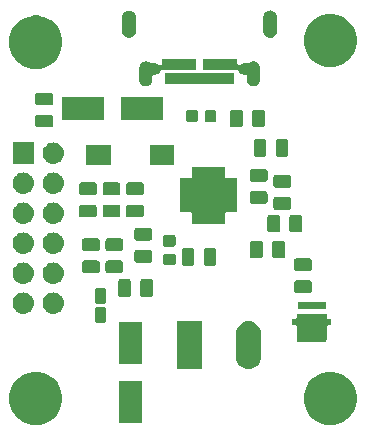
<source format=gbr>
G04 #@! TF.GenerationSoftware,KiCad,Pcbnew,(5.1.0)-1*
G04 #@! TF.CreationDate,2019-11-16T16:41:27+01:00*
G04 #@! TF.ProjectId,USBC_PowerDelivery,55534243-5f50-46f7-9765-7244656c6976,rev?*
G04 #@! TF.SameCoordinates,Original*
G04 #@! TF.FileFunction,Soldermask,Top*
G04 #@! TF.FilePolarity,Negative*
%FSLAX46Y46*%
G04 Gerber Fmt 4.6, Leading zero omitted, Abs format (unit mm)*
G04 Created by KiCad (PCBNEW (5.1.0)-1) date 2019-11-16 16:41:27*
%MOMM*%
%LPD*%
G04 APERTURE LIST*
%ADD10C,0.100000*%
G04 APERTURE END LIST*
D10*
G36*
X136575880Y-138959776D02*
G01*
X136956593Y-139035504D01*
X137366249Y-139205189D01*
X137734929Y-139451534D01*
X138048466Y-139765071D01*
X138294811Y-140133751D01*
X138464496Y-140543407D01*
X138551000Y-140978296D01*
X138551000Y-141421704D01*
X138464496Y-141856593D01*
X138294811Y-142266249D01*
X138048466Y-142634929D01*
X137734929Y-142948466D01*
X137366249Y-143194811D01*
X136956593Y-143364496D01*
X136575880Y-143440224D01*
X136521705Y-143451000D01*
X136078295Y-143451000D01*
X136024120Y-143440224D01*
X135643407Y-143364496D01*
X135233751Y-143194811D01*
X134865071Y-142948466D01*
X134551534Y-142634929D01*
X134305189Y-142266249D01*
X134135504Y-141856593D01*
X134049000Y-141421704D01*
X134049000Y-140978296D01*
X134135504Y-140543407D01*
X134305189Y-140133751D01*
X134551534Y-139765071D01*
X134865071Y-139451534D01*
X135233751Y-139205189D01*
X135643407Y-139035504D01*
X136024120Y-138959776D01*
X136078295Y-138949000D01*
X136521705Y-138949000D01*
X136575880Y-138959776D01*
X136575880Y-138959776D01*
G37*
G36*
X111665880Y-138959776D02*
G01*
X112046593Y-139035504D01*
X112456249Y-139205189D01*
X112824929Y-139451534D01*
X113138466Y-139765071D01*
X113384811Y-140133751D01*
X113554496Y-140543407D01*
X113641000Y-140978296D01*
X113641000Y-141421704D01*
X113554496Y-141856593D01*
X113384811Y-142266249D01*
X113138466Y-142634929D01*
X112824929Y-142948466D01*
X112456249Y-143194811D01*
X112046593Y-143364496D01*
X111665880Y-143440224D01*
X111611705Y-143451000D01*
X111168295Y-143451000D01*
X111114120Y-143440224D01*
X110733407Y-143364496D01*
X110323751Y-143194811D01*
X109955071Y-142948466D01*
X109641534Y-142634929D01*
X109395189Y-142266249D01*
X109225504Y-141856593D01*
X109139000Y-141421704D01*
X109139000Y-140978296D01*
X109225504Y-140543407D01*
X109395189Y-140133751D01*
X109641534Y-139765071D01*
X109955071Y-139451534D01*
X110323751Y-139205189D01*
X110733407Y-139035504D01*
X111114120Y-138959776D01*
X111168295Y-138949000D01*
X111611705Y-138949000D01*
X111665880Y-138959776D01*
X111665880Y-138959776D01*
G37*
G36*
X120351000Y-143301000D02*
G01*
X118449000Y-143301000D01*
X118449000Y-139699000D01*
X120351000Y-139699000D01*
X120351000Y-143301000D01*
X120351000Y-143301000D01*
G37*
G36*
X129604071Y-134684063D02*
G01*
X129800300Y-134743589D01*
X129981146Y-134840253D01*
X130022437Y-134874140D01*
X130139660Y-134970340D01*
X130269748Y-135128855D01*
X130276239Y-135140999D01*
X130366411Y-135309699D01*
X130425937Y-135505928D01*
X130441000Y-135658868D01*
X130441000Y-137741132D01*
X130425937Y-137894072D01*
X130366411Y-138090301D01*
X130366410Y-138090303D01*
X130269748Y-138271145D01*
X130139660Y-138429660D01*
X129981145Y-138559748D01*
X129800303Y-138656410D01*
X129800301Y-138656411D01*
X129604072Y-138715937D01*
X129400000Y-138736036D01*
X129195929Y-138715937D01*
X128999700Y-138656411D01*
X128999698Y-138656410D01*
X128818856Y-138559748D01*
X128660341Y-138429660D01*
X128530253Y-138271145D01*
X128433591Y-138090303D01*
X128433590Y-138090301D01*
X128374064Y-137894072D01*
X128359001Y-137741132D01*
X128359000Y-135658869D01*
X128374063Y-135505929D01*
X128433589Y-135309700D01*
X128530253Y-135128854D01*
X128564140Y-135087563D01*
X128660340Y-134970340D01*
X128818855Y-134840252D01*
X128999697Y-134743590D01*
X128999699Y-134743589D01*
X129195928Y-134684063D01*
X129400000Y-134663964D01*
X129604071Y-134684063D01*
X129604071Y-134684063D01*
G37*
G36*
X125441000Y-138731000D02*
G01*
X123359000Y-138731000D01*
X123359000Y-134669000D01*
X125441000Y-134669000D01*
X125441000Y-138731000D01*
X125441000Y-138731000D01*
G37*
G36*
X120351000Y-138301000D02*
G01*
X118449000Y-138301000D01*
X118449000Y-134699000D01*
X120351000Y-134699000D01*
X120351000Y-138301000D01*
X120351000Y-138301000D01*
G37*
G36*
X136026000Y-134359001D02*
G01*
X136028402Y-134383387D01*
X136035515Y-134406836D01*
X136047066Y-134428447D01*
X136062611Y-134447389D01*
X136081553Y-134462934D01*
X136103164Y-134474485D01*
X136126613Y-134481598D01*
X136150999Y-134484000D01*
X136406000Y-134484000D01*
X136406000Y-135016000D01*
X136150999Y-135016000D01*
X136126613Y-135018402D01*
X136103164Y-135025515D01*
X136081553Y-135037066D01*
X136062611Y-135052611D01*
X136047066Y-135071553D01*
X136035515Y-135093164D01*
X136028402Y-135116613D01*
X136026000Y-135140999D01*
X136026000Y-136176623D01*
X136012611Y-136187611D01*
X135997066Y-136206553D01*
X135985515Y-136228164D01*
X135978402Y-136251613D01*
X135976000Y-136275999D01*
X135976000Y-136451000D01*
X133524000Y-136451000D01*
X133524000Y-136275999D01*
X133521598Y-136251613D01*
X133514485Y-136228164D01*
X133502934Y-136206553D01*
X133487389Y-136187611D01*
X133474000Y-136176623D01*
X133474000Y-135140999D01*
X133471598Y-135116613D01*
X133464485Y-135093164D01*
X133452934Y-135071553D01*
X133437389Y-135052611D01*
X133418447Y-135037066D01*
X133396836Y-135025515D01*
X133373387Y-135018402D01*
X133349001Y-135016000D01*
X133094000Y-135016000D01*
X133094000Y-134484000D01*
X133349001Y-134484000D01*
X133373387Y-134481598D01*
X133396836Y-134474485D01*
X133418447Y-134462934D01*
X133437389Y-134447389D01*
X133452934Y-134428447D01*
X133464485Y-134406836D01*
X133471598Y-134383387D01*
X133474000Y-134359001D01*
X133474000Y-134069000D01*
X136026000Y-134069000D01*
X136026000Y-134359001D01*
X136026000Y-134359001D01*
G37*
G36*
X117194618Y-133472965D02*
G01*
X117227433Y-133482919D01*
X117257665Y-133499079D01*
X117284170Y-133520830D01*
X117305921Y-133547335D01*
X117322081Y-133577567D01*
X117332035Y-133610382D01*
X117336000Y-133650640D01*
X117336000Y-134614360D01*
X117332035Y-134654618D01*
X117322081Y-134687433D01*
X117305921Y-134717665D01*
X117284170Y-134744170D01*
X117257665Y-134765921D01*
X117227433Y-134782081D01*
X117194618Y-134792035D01*
X117154360Y-134796000D01*
X116565640Y-134796000D01*
X116525382Y-134792035D01*
X116492567Y-134782081D01*
X116462335Y-134765921D01*
X116435830Y-134744170D01*
X116414079Y-134717665D01*
X116397919Y-134687433D01*
X116387965Y-134654618D01*
X116384000Y-134614360D01*
X116384000Y-133650640D01*
X116387965Y-133610382D01*
X116397919Y-133577567D01*
X116414079Y-133547335D01*
X116435830Y-133520830D01*
X116462335Y-133499079D01*
X116492567Y-133482919D01*
X116525382Y-133472965D01*
X116565640Y-133469000D01*
X117154360Y-133469000D01*
X117194618Y-133472965D01*
X117194618Y-133472965D01*
G37*
G36*
X112980443Y-132235519D02*
G01*
X113046627Y-132242037D01*
X113216466Y-132293557D01*
X113372991Y-132377222D01*
X113374075Y-132378112D01*
X113510186Y-132489814D01*
X113576406Y-132570505D01*
X113622778Y-132627009D01*
X113706443Y-132783534D01*
X113757963Y-132953373D01*
X113775359Y-133130000D01*
X113757963Y-133306627D01*
X113706443Y-133476466D01*
X113622778Y-133632991D01*
X113607998Y-133651000D01*
X113510186Y-133770186D01*
X113408729Y-133853448D01*
X113372991Y-133882778D01*
X113216466Y-133966443D01*
X113046627Y-134017963D01*
X112980442Y-134024482D01*
X112914260Y-134031000D01*
X112825740Y-134031000D01*
X112759558Y-134024482D01*
X112693373Y-134017963D01*
X112523534Y-133966443D01*
X112367009Y-133882778D01*
X112331271Y-133853448D01*
X112229814Y-133770186D01*
X112132002Y-133651000D01*
X112117222Y-133632991D01*
X112033557Y-133476466D01*
X111982037Y-133306627D01*
X111964641Y-133130000D01*
X111982037Y-132953373D01*
X112033557Y-132783534D01*
X112117222Y-132627009D01*
X112163594Y-132570505D01*
X112229814Y-132489814D01*
X112365925Y-132378112D01*
X112367009Y-132377222D01*
X112523534Y-132293557D01*
X112693373Y-132242037D01*
X112759557Y-132235519D01*
X112825740Y-132229000D01*
X112914260Y-132229000D01*
X112980443Y-132235519D01*
X112980443Y-132235519D01*
G37*
G36*
X110440443Y-132235519D02*
G01*
X110506627Y-132242037D01*
X110676466Y-132293557D01*
X110832991Y-132377222D01*
X110834075Y-132378112D01*
X110970186Y-132489814D01*
X111036406Y-132570505D01*
X111082778Y-132627009D01*
X111166443Y-132783534D01*
X111217963Y-132953373D01*
X111235359Y-133130000D01*
X111217963Y-133306627D01*
X111166443Y-133476466D01*
X111082778Y-133632991D01*
X111067998Y-133651000D01*
X110970186Y-133770186D01*
X110868729Y-133853448D01*
X110832991Y-133882778D01*
X110676466Y-133966443D01*
X110506627Y-134017963D01*
X110440442Y-134024482D01*
X110374260Y-134031000D01*
X110285740Y-134031000D01*
X110219558Y-134024482D01*
X110153373Y-134017963D01*
X109983534Y-133966443D01*
X109827009Y-133882778D01*
X109791271Y-133853448D01*
X109689814Y-133770186D01*
X109592002Y-133651000D01*
X109577222Y-133632991D01*
X109493557Y-133476466D01*
X109442037Y-133306627D01*
X109424641Y-133130000D01*
X109442037Y-132953373D01*
X109493557Y-132783534D01*
X109577222Y-132627009D01*
X109623594Y-132570505D01*
X109689814Y-132489814D01*
X109825925Y-132378112D01*
X109827009Y-132377222D01*
X109983534Y-132293557D01*
X110153373Y-132242037D01*
X110219557Y-132235519D01*
X110285740Y-132229000D01*
X110374260Y-132229000D01*
X110440443Y-132235519D01*
X110440443Y-132235519D01*
G37*
G36*
X135951000Y-133651000D02*
G01*
X133549000Y-133651000D01*
X133549000Y-133049000D01*
X135951000Y-133049000D01*
X135951000Y-133651000D01*
X135951000Y-133651000D01*
G37*
G36*
X117194618Y-131847965D02*
G01*
X117227433Y-131857919D01*
X117257665Y-131874079D01*
X117284170Y-131895830D01*
X117305921Y-131922335D01*
X117322081Y-131952567D01*
X117332035Y-131985382D01*
X117336000Y-132025640D01*
X117336000Y-132989360D01*
X117332035Y-133029618D01*
X117322081Y-133062433D01*
X117305921Y-133092665D01*
X117284170Y-133119170D01*
X117257665Y-133140921D01*
X117227433Y-133157081D01*
X117194618Y-133167035D01*
X117154360Y-133171000D01*
X116565640Y-133171000D01*
X116525382Y-133167035D01*
X116492567Y-133157081D01*
X116462335Y-133140921D01*
X116435830Y-133119170D01*
X116414079Y-133092665D01*
X116397919Y-133062433D01*
X116387965Y-133029618D01*
X116384000Y-132989360D01*
X116384000Y-132025640D01*
X116387965Y-131985382D01*
X116397919Y-131952567D01*
X116414079Y-131922335D01*
X116435830Y-131895830D01*
X116462335Y-131874079D01*
X116492567Y-131857919D01*
X116525382Y-131847965D01*
X116565640Y-131844000D01*
X117154360Y-131844000D01*
X117194618Y-131847965D01*
X117194618Y-131847965D01*
G37*
G36*
X121139468Y-131093565D02*
G01*
X121178138Y-131105296D01*
X121213777Y-131124346D01*
X121245017Y-131149983D01*
X121270654Y-131181223D01*
X121289704Y-131216862D01*
X121301435Y-131255532D01*
X121306000Y-131301888D01*
X121306000Y-132378112D01*
X121301435Y-132424468D01*
X121289704Y-132463138D01*
X121270654Y-132498777D01*
X121245017Y-132530017D01*
X121213777Y-132555654D01*
X121178138Y-132574704D01*
X121139468Y-132586435D01*
X121093112Y-132591000D01*
X120441888Y-132591000D01*
X120395532Y-132586435D01*
X120356862Y-132574704D01*
X120321223Y-132555654D01*
X120289983Y-132530017D01*
X120264346Y-132498777D01*
X120245296Y-132463138D01*
X120233565Y-132424468D01*
X120229000Y-132378112D01*
X120229000Y-131301888D01*
X120233565Y-131255532D01*
X120245296Y-131216862D01*
X120264346Y-131181223D01*
X120289983Y-131149983D01*
X120321223Y-131124346D01*
X120356862Y-131105296D01*
X120395532Y-131093565D01*
X120441888Y-131089000D01*
X121093112Y-131089000D01*
X121139468Y-131093565D01*
X121139468Y-131093565D01*
G37*
G36*
X119264468Y-131093565D02*
G01*
X119303138Y-131105296D01*
X119338777Y-131124346D01*
X119370017Y-131149983D01*
X119395654Y-131181223D01*
X119414704Y-131216862D01*
X119426435Y-131255532D01*
X119431000Y-131301888D01*
X119431000Y-132378112D01*
X119426435Y-132424468D01*
X119414704Y-132463138D01*
X119395654Y-132498777D01*
X119370017Y-132530017D01*
X119338777Y-132555654D01*
X119303138Y-132574704D01*
X119264468Y-132586435D01*
X119218112Y-132591000D01*
X118566888Y-132591000D01*
X118520532Y-132586435D01*
X118481862Y-132574704D01*
X118446223Y-132555654D01*
X118414983Y-132530017D01*
X118389346Y-132498777D01*
X118370296Y-132463138D01*
X118358565Y-132424468D01*
X118354000Y-132378112D01*
X118354000Y-131301888D01*
X118358565Y-131255532D01*
X118370296Y-131216862D01*
X118389346Y-131181223D01*
X118414983Y-131149983D01*
X118446223Y-131124346D01*
X118481862Y-131105296D01*
X118520532Y-131093565D01*
X118566888Y-131089000D01*
X119218112Y-131089000D01*
X119264468Y-131093565D01*
X119264468Y-131093565D01*
G37*
G36*
X134584468Y-131216065D02*
G01*
X134623138Y-131227796D01*
X134658777Y-131246846D01*
X134690017Y-131272483D01*
X134715654Y-131303723D01*
X134734704Y-131339362D01*
X134746435Y-131378032D01*
X134751000Y-131424388D01*
X134751000Y-132075612D01*
X134746435Y-132121968D01*
X134734704Y-132160638D01*
X134715654Y-132196277D01*
X134690017Y-132227517D01*
X134658777Y-132253154D01*
X134623138Y-132272204D01*
X134584468Y-132283935D01*
X134538112Y-132288500D01*
X133461888Y-132288500D01*
X133415532Y-132283935D01*
X133376862Y-132272204D01*
X133341223Y-132253154D01*
X133309983Y-132227517D01*
X133284346Y-132196277D01*
X133265296Y-132160638D01*
X133253565Y-132121968D01*
X133249000Y-132075612D01*
X133249000Y-131424388D01*
X133253565Y-131378032D01*
X133265296Y-131339362D01*
X133284346Y-131303723D01*
X133309983Y-131272483D01*
X133341223Y-131246846D01*
X133376862Y-131227796D01*
X133415532Y-131216065D01*
X133461888Y-131211500D01*
X134538112Y-131211500D01*
X134584468Y-131216065D01*
X134584468Y-131216065D01*
G37*
G36*
X112980442Y-129695518D02*
G01*
X113046627Y-129702037D01*
X113216466Y-129753557D01*
X113372991Y-129837222D01*
X113408729Y-129866552D01*
X113510186Y-129949814D01*
X113593448Y-130051271D01*
X113622778Y-130087009D01*
X113706443Y-130243534D01*
X113757963Y-130413373D01*
X113775359Y-130590000D01*
X113757963Y-130766627D01*
X113706443Y-130936466D01*
X113622778Y-131092991D01*
X113621807Y-131094174D01*
X113510186Y-131230186D01*
X113418144Y-131305722D01*
X113372991Y-131342778D01*
X113216466Y-131426443D01*
X113046627Y-131477963D01*
X112980443Y-131484481D01*
X112914260Y-131491000D01*
X112825740Y-131491000D01*
X112759557Y-131484481D01*
X112693373Y-131477963D01*
X112523534Y-131426443D01*
X112367009Y-131342778D01*
X112321856Y-131305722D01*
X112229814Y-131230186D01*
X112118193Y-131094174D01*
X112117222Y-131092991D01*
X112033557Y-130936466D01*
X111982037Y-130766627D01*
X111964641Y-130590000D01*
X111982037Y-130413373D01*
X112033557Y-130243534D01*
X112117222Y-130087009D01*
X112146552Y-130051271D01*
X112229814Y-129949814D01*
X112331271Y-129866552D01*
X112367009Y-129837222D01*
X112523534Y-129753557D01*
X112693373Y-129702037D01*
X112759558Y-129695518D01*
X112825740Y-129689000D01*
X112914260Y-129689000D01*
X112980442Y-129695518D01*
X112980442Y-129695518D01*
G37*
G36*
X110440442Y-129695518D02*
G01*
X110506627Y-129702037D01*
X110676466Y-129753557D01*
X110832991Y-129837222D01*
X110868729Y-129866552D01*
X110970186Y-129949814D01*
X111053448Y-130051271D01*
X111082778Y-130087009D01*
X111166443Y-130243534D01*
X111217963Y-130413373D01*
X111235359Y-130590000D01*
X111217963Y-130766627D01*
X111166443Y-130936466D01*
X111082778Y-131092991D01*
X111081807Y-131094174D01*
X110970186Y-131230186D01*
X110878144Y-131305722D01*
X110832991Y-131342778D01*
X110676466Y-131426443D01*
X110506627Y-131477963D01*
X110440443Y-131484481D01*
X110374260Y-131491000D01*
X110285740Y-131491000D01*
X110219557Y-131484481D01*
X110153373Y-131477963D01*
X109983534Y-131426443D01*
X109827009Y-131342778D01*
X109781856Y-131305722D01*
X109689814Y-131230186D01*
X109578193Y-131094174D01*
X109577222Y-131092991D01*
X109493557Y-130936466D01*
X109442037Y-130766627D01*
X109424641Y-130590000D01*
X109442037Y-130413373D01*
X109493557Y-130243534D01*
X109577222Y-130087009D01*
X109606552Y-130051271D01*
X109689814Y-129949814D01*
X109791271Y-129866552D01*
X109827009Y-129837222D01*
X109983534Y-129753557D01*
X110153373Y-129702037D01*
X110219558Y-129695518D01*
X110285740Y-129689000D01*
X110374260Y-129689000D01*
X110440442Y-129695518D01*
X110440442Y-129695518D01*
G37*
G36*
X118614468Y-129523565D02*
G01*
X118653138Y-129535296D01*
X118688777Y-129554346D01*
X118720017Y-129579983D01*
X118745654Y-129611223D01*
X118764704Y-129646862D01*
X118776435Y-129685532D01*
X118781000Y-129731888D01*
X118781000Y-130383112D01*
X118776435Y-130429468D01*
X118764704Y-130468138D01*
X118745654Y-130503777D01*
X118720017Y-130535017D01*
X118688777Y-130560654D01*
X118653138Y-130579704D01*
X118614468Y-130591435D01*
X118568112Y-130596000D01*
X117491888Y-130596000D01*
X117445532Y-130591435D01*
X117406862Y-130579704D01*
X117371223Y-130560654D01*
X117339983Y-130535017D01*
X117314346Y-130503777D01*
X117295296Y-130468138D01*
X117283565Y-130429468D01*
X117279000Y-130383112D01*
X117279000Y-129731888D01*
X117283565Y-129685532D01*
X117295296Y-129646862D01*
X117314346Y-129611223D01*
X117339983Y-129579983D01*
X117371223Y-129554346D01*
X117406862Y-129535296D01*
X117445532Y-129523565D01*
X117491888Y-129519000D01*
X118568112Y-129519000D01*
X118614468Y-129523565D01*
X118614468Y-129523565D01*
G37*
G36*
X116624468Y-129523565D02*
G01*
X116663138Y-129535296D01*
X116698777Y-129554346D01*
X116730017Y-129579983D01*
X116755654Y-129611223D01*
X116774704Y-129646862D01*
X116786435Y-129685532D01*
X116791000Y-129731888D01*
X116791000Y-130383112D01*
X116786435Y-130429468D01*
X116774704Y-130468138D01*
X116755654Y-130503777D01*
X116730017Y-130535017D01*
X116698777Y-130560654D01*
X116663138Y-130579704D01*
X116624468Y-130591435D01*
X116578112Y-130596000D01*
X115501888Y-130596000D01*
X115455532Y-130591435D01*
X115416862Y-130579704D01*
X115381223Y-130560654D01*
X115349983Y-130535017D01*
X115324346Y-130503777D01*
X115305296Y-130468138D01*
X115293565Y-130429468D01*
X115289000Y-130383112D01*
X115289000Y-129731888D01*
X115293565Y-129685532D01*
X115305296Y-129646862D01*
X115324346Y-129611223D01*
X115349983Y-129579983D01*
X115381223Y-129554346D01*
X115416862Y-129535296D01*
X115455532Y-129523565D01*
X115501888Y-129519000D01*
X116578112Y-129519000D01*
X116624468Y-129523565D01*
X116624468Y-129523565D01*
G37*
G36*
X134584468Y-129341065D02*
G01*
X134623138Y-129352796D01*
X134658777Y-129371846D01*
X134690017Y-129397483D01*
X134715654Y-129428723D01*
X134734704Y-129464362D01*
X134746435Y-129503032D01*
X134751000Y-129549388D01*
X134751000Y-130200612D01*
X134746435Y-130246968D01*
X134734704Y-130285638D01*
X134715654Y-130321277D01*
X134690017Y-130352517D01*
X134658777Y-130378154D01*
X134623138Y-130397204D01*
X134584468Y-130408935D01*
X134538112Y-130413500D01*
X133461888Y-130413500D01*
X133415532Y-130408935D01*
X133376862Y-130397204D01*
X133341223Y-130378154D01*
X133309983Y-130352517D01*
X133284346Y-130321277D01*
X133265296Y-130285638D01*
X133253565Y-130246968D01*
X133249000Y-130200612D01*
X133249000Y-129549388D01*
X133253565Y-129503032D01*
X133265296Y-129464362D01*
X133284346Y-129428723D01*
X133309983Y-129397483D01*
X133341223Y-129371846D01*
X133376862Y-129352796D01*
X133415532Y-129341065D01*
X133461888Y-129336500D01*
X134538112Y-129336500D01*
X134584468Y-129341065D01*
X134584468Y-129341065D01*
G37*
G36*
X124634468Y-128453565D02*
G01*
X124673138Y-128465296D01*
X124708777Y-128484346D01*
X124740017Y-128509983D01*
X124765654Y-128541223D01*
X124784704Y-128576862D01*
X124796435Y-128615532D01*
X124801000Y-128661888D01*
X124801000Y-129738112D01*
X124796435Y-129784468D01*
X124784704Y-129823138D01*
X124765654Y-129858777D01*
X124740017Y-129890017D01*
X124708777Y-129915654D01*
X124673138Y-129934704D01*
X124634468Y-129946435D01*
X124588112Y-129951000D01*
X123936888Y-129951000D01*
X123890532Y-129946435D01*
X123851862Y-129934704D01*
X123816223Y-129915654D01*
X123784983Y-129890017D01*
X123759346Y-129858777D01*
X123740296Y-129823138D01*
X123728565Y-129784468D01*
X123724000Y-129738112D01*
X123724000Y-128661888D01*
X123728565Y-128615532D01*
X123740296Y-128576862D01*
X123759346Y-128541223D01*
X123784983Y-128509983D01*
X123816223Y-128484346D01*
X123851862Y-128465296D01*
X123890532Y-128453565D01*
X123936888Y-128449000D01*
X124588112Y-128449000D01*
X124634468Y-128453565D01*
X124634468Y-128453565D01*
G37*
G36*
X126509468Y-128453565D02*
G01*
X126548138Y-128465296D01*
X126583777Y-128484346D01*
X126615017Y-128509983D01*
X126640654Y-128541223D01*
X126659704Y-128576862D01*
X126671435Y-128615532D01*
X126676000Y-128661888D01*
X126676000Y-129738112D01*
X126671435Y-129784468D01*
X126659704Y-129823138D01*
X126640654Y-129858777D01*
X126615017Y-129890017D01*
X126583777Y-129915654D01*
X126548138Y-129934704D01*
X126509468Y-129946435D01*
X126463112Y-129951000D01*
X125811888Y-129951000D01*
X125765532Y-129946435D01*
X125726862Y-129934704D01*
X125691223Y-129915654D01*
X125659983Y-129890017D01*
X125634346Y-129858777D01*
X125615296Y-129823138D01*
X125603565Y-129784468D01*
X125599000Y-129738112D01*
X125599000Y-128661888D01*
X125603565Y-128615532D01*
X125615296Y-128576862D01*
X125634346Y-128541223D01*
X125659983Y-128509983D01*
X125691223Y-128484346D01*
X125726862Y-128465296D01*
X125765532Y-128453565D01*
X125811888Y-128449000D01*
X126463112Y-128449000D01*
X126509468Y-128453565D01*
X126509468Y-128453565D01*
G37*
G36*
X123069591Y-128953085D02*
G01*
X123103569Y-128963393D01*
X123134890Y-128980134D01*
X123162339Y-129002661D01*
X123184866Y-129030110D01*
X123201607Y-129061431D01*
X123211915Y-129095409D01*
X123216000Y-129136890D01*
X123216000Y-129738110D01*
X123211915Y-129779591D01*
X123201607Y-129813569D01*
X123184866Y-129844890D01*
X123162339Y-129872339D01*
X123134890Y-129894866D01*
X123103569Y-129911607D01*
X123069591Y-129921915D01*
X123028110Y-129926000D01*
X122351890Y-129926000D01*
X122310409Y-129921915D01*
X122276431Y-129911607D01*
X122245110Y-129894866D01*
X122217661Y-129872339D01*
X122195134Y-129844890D01*
X122178393Y-129813569D01*
X122168085Y-129779591D01*
X122164000Y-129738110D01*
X122164000Y-129136890D01*
X122168085Y-129095409D01*
X122178393Y-129061431D01*
X122195134Y-129030110D01*
X122217661Y-129002661D01*
X122245110Y-128980134D01*
X122276431Y-128963393D01*
X122310409Y-128953085D01*
X122351890Y-128949000D01*
X123028110Y-128949000D01*
X123069591Y-128953085D01*
X123069591Y-128953085D01*
G37*
G36*
X121064468Y-128633565D02*
G01*
X121103138Y-128645296D01*
X121138777Y-128664346D01*
X121170017Y-128689983D01*
X121195654Y-128721223D01*
X121214704Y-128756862D01*
X121226435Y-128795532D01*
X121231000Y-128841888D01*
X121231000Y-129493112D01*
X121226435Y-129539468D01*
X121214704Y-129578138D01*
X121195654Y-129613777D01*
X121170017Y-129645017D01*
X121138777Y-129670654D01*
X121103138Y-129689704D01*
X121064468Y-129701435D01*
X121018112Y-129706000D01*
X119941888Y-129706000D01*
X119895532Y-129701435D01*
X119856862Y-129689704D01*
X119821223Y-129670654D01*
X119789983Y-129645017D01*
X119764346Y-129613777D01*
X119745296Y-129578138D01*
X119733565Y-129539468D01*
X119729000Y-129493112D01*
X119729000Y-128841888D01*
X119733565Y-128795532D01*
X119745296Y-128756862D01*
X119764346Y-128721223D01*
X119789983Y-128689983D01*
X119821223Y-128664346D01*
X119856862Y-128645296D01*
X119895532Y-128633565D01*
X119941888Y-128629000D01*
X121018112Y-128629000D01*
X121064468Y-128633565D01*
X121064468Y-128633565D01*
G37*
G36*
X132309468Y-127853565D02*
G01*
X132348138Y-127865296D01*
X132383777Y-127884346D01*
X132415017Y-127909983D01*
X132440654Y-127941223D01*
X132459704Y-127976862D01*
X132471435Y-128015532D01*
X132476000Y-128061888D01*
X132476000Y-129138112D01*
X132471435Y-129184468D01*
X132459704Y-129223138D01*
X132440654Y-129258777D01*
X132415017Y-129290017D01*
X132383777Y-129315654D01*
X132348138Y-129334704D01*
X132309468Y-129346435D01*
X132263112Y-129351000D01*
X131611888Y-129351000D01*
X131565532Y-129346435D01*
X131526862Y-129334704D01*
X131491223Y-129315654D01*
X131459983Y-129290017D01*
X131434346Y-129258777D01*
X131415296Y-129223138D01*
X131403565Y-129184468D01*
X131399000Y-129138112D01*
X131399000Y-128061888D01*
X131403565Y-128015532D01*
X131415296Y-127976862D01*
X131434346Y-127941223D01*
X131459983Y-127909983D01*
X131491223Y-127884346D01*
X131526862Y-127865296D01*
X131565532Y-127853565D01*
X131611888Y-127849000D01*
X132263112Y-127849000D01*
X132309468Y-127853565D01*
X132309468Y-127853565D01*
G37*
G36*
X130434468Y-127853565D02*
G01*
X130473138Y-127865296D01*
X130508777Y-127884346D01*
X130540017Y-127909983D01*
X130565654Y-127941223D01*
X130584704Y-127976862D01*
X130596435Y-128015532D01*
X130601000Y-128061888D01*
X130601000Y-129138112D01*
X130596435Y-129184468D01*
X130584704Y-129223138D01*
X130565654Y-129258777D01*
X130540017Y-129290017D01*
X130508777Y-129315654D01*
X130473138Y-129334704D01*
X130434468Y-129346435D01*
X130388112Y-129351000D01*
X129736888Y-129351000D01*
X129690532Y-129346435D01*
X129651862Y-129334704D01*
X129616223Y-129315654D01*
X129584983Y-129290017D01*
X129559346Y-129258777D01*
X129540296Y-129223138D01*
X129528565Y-129184468D01*
X129524000Y-129138112D01*
X129524000Y-128061888D01*
X129528565Y-128015532D01*
X129540296Y-127976862D01*
X129559346Y-127941223D01*
X129584983Y-127909983D01*
X129616223Y-127884346D01*
X129651862Y-127865296D01*
X129690532Y-127853565D01*
X129736888Y-127849000D01*
X130388112Y-127849000D01*
X130434468Y-127853565D01*
X130434468Y-127853565D01*
G37*
G36*
X112980443Y-127155519D02*
G01*
X113046627Y-127162037D01*
X113216466Y-127213557D01*
X113372991Y-127297222D01*
X113408729Y-127326552D01*
X113510186Y-127409814D01*
X113573063Y-127486431D01*
X113622778Y-127547009D01*
X113706443Y-127703534D01*
X113757963Y-127873373D01*
X113775359Y-128050000D01*
X113757963Y-128226627D01*
X113706443Y-128396466D01*
X113622778Y-128552991D01*
X113621303Y-128554788D01*
X113510186Y-128690186D01*
X113408729Y-128773448D01*
X113372991Y-128802778D01*
X113216466Y-128886443D01*
X113046627Y-128937963D01*
X112980443Y-128944481D01*
X112914260Y-128951000D01*
X112825740Y-128951000D01*
X112759557Y-128944481D01*
X112693373Y-128937963D01*
X112523534Y-128886443D01*
X112367009Y-128802778D01*
X112331271Y-128773448D01*
X112229814Y-128690186D01*
X112118697Y-128554788D01*
X112117222Y-128552991D01*
X112033557Y-128396466D01*
X111982037Y-128226627D01*
X111964641Y-128050000D01*
X111982037Y-127873373D01*
X112033557Y-127703534D01*
X112117222Y-127547009D01*
X112166937Y-127486431D01*
X112229814Y-127409814D01*
X112331271Y-127326552D01*
X112367009Y-127297222D01*
X112523534Y-127213557D01*
X112693373Y-127162037D01*
X112759557Y-127155519D01*
X112825740Y-127149000D01*
X112914260Y-127149000D01*
X112980443Y-127155519D01*
X112980443Y-127155519D01*
G37*
G36*
X110440443Y-127155519D02*
G01*
X110506627Y-127162037D01*
X110676466Y-127213557D01*
X110832991Y-127297222D01*
X110868729Y-127326552D01*
X110970186Y-127409814D01*
X111033063Y-127486431D01*
X111082778Y-127547009D01*
X111166443Y-127703534D01*
X111217963Y-127873373D01*
X111235359Y-128050000D01*
X111217963Y-128226627D01*
X111166443Y-128396466D01*
X111082778Y-128552991D01*
X111081303Y-128554788D01*
X110970186Y-128690186D01*
X110868729Y-128773448D01*
X110832991Y-128802778D01*
X110676466Y-128886443D01*
X110506627Y-128937963D01*
X110440443Y-128944481D01*
X110374260Y-128951000D01*
X110285740Y-128951000D01*
X110219557Y-128944481D01*
X110153373Y-128937963D01*
X109983534Y-128886443D01*
X109827009Y-128802778D01*
X109791271Y-128773448D01*
X109689814Y-128690186D01*
X109578697Y-128554788D01*
X109577222Y-128552991D01*
X109493557Y-128396466D01*
X109442037Y-128226627D01*
X109424641Y-128050000D01*
X109442037Y-127873373D01*
X109493557Y-127703534D01*
X109577222Y-127547009D01*
X109626937Y-127486431D01*
X109689814Y-127409814D01*
X109791271Y-127326552D01*
X109827009Y-127297222D01*
X109983534Y-127213557D01*
X110153373Y-127162037D01*
X110219557Y-127155519D01*
X110285740Y-127149000D01*
X110374260Y-127149000D01*
X110440443Y-127155519D01*
X110440443Y-127155519D01*
G37*
G36*
X118614468Y-127648565D02*
G01*
X118653138Y-127660296D01*
X118688777Y-127679346D01*
X118720017Y-127704983D01*
X118745654Y-127736223D01*
X118764704Y-127771862D01*
X118776435Y-127810532D01*
X118781000Y-127856888D01*
X118781000Y-128508112D01*
X118776435Y-128554468D01*
X118764704Y-128593138D01*
X118745654Y-128628777D01*
X118720017Y-128660017D01*
X118688777Y-128685654D01*
X118653138Y-128704704D01*
X118614468Y-128716435D01*
X118568112Y-128721000D01*
X117491888Y-128721000D01*
X117445532Y-128716435D01*
X117406862Y-128704704D01*
X117371223Y-128685654D01*
X117339983Y-128660017D01*
X117314346Y-128628777D01*
X117295296Y-128593138D01*
X117283565Y-128554468D01*
X117279000Y-128508112D01*
X117279000Y-127856888D01*
X117283565Y-127810532D01*
X117295296Y-127771862D01*
X117314346Y-127736223D01*
X117339983Y-127704983D01*
X117371223Y-127679346D01*
X117406862Y-127660296D01*
X117445532Y-127648565D01*
X117491888Y-127644000D01*
X118568112Y-127644000D01*
X118614468Y-127648565D01*
X118614468Y-127648565D01*
G37*
G36*
X116624468Y-127648565D02*
G01*
X116663138Y-127660296D01*
X116698777Y-127679346D01*
X116730017Y-127704983D01*
X116755654Y-127736223D01*
X116774704Y-127771862D01*
X116786435Y-127810532D01*
X116791000Y-127856888D01*
X116791000Y-128508112D01*
X116786435Y-128554468D01*
X116774704Y-128593138D01*
X116755654Y-128628777D01*
X116730017Y-128660017D01*
X116698777Y-128685654D01*
X116663138Y-128704704D01*
X116624468Y-128716435D01*
X116578112Y-128721000D01*
X115501888Y-128721000D01*
X115455532Y-128716435D01*
X115416862Y-128704704D01*
X115381223Y-128685654D01*
X115349983Y-128660017D01*
X115324346Y-128628777D01*
X115305296Y-128593138D01*
X115293565Y-128554468D01*
X115289000Y-128508112D01*
X115289000Y-127856888D01*
X115293565Y-127810532D01*
X115305296Y-127771862D01*
X115324346Y-127736223D01*
X115349983Y-127704983D01*
X115381223Y-127679346D01*
X115416862Y-127660296D01*
X115455532Y-127648565D01*
X115501888Y-127644000D01*
X116578112Y-127644000D01*
X116624468Y-127648565D01*
X116624468Y-127648565D01*
G37*
G36*
X123069591Y-127378085D02*
G01*
X123103569Y-127388393D01*
X123134890Y-127405134D01*
X123162339Y-127427661D01*
X123184866Y-127455110D01*
X123201607Y-127486431D01*
X123211915Y-127520409D01*
X123216000Y-127561890D01*
X123216000Y-128163110D01*
X123211915Y-128204591D01*
X123201607Y-128238569D01*
X123184866Y-128269890D01*
X123162339Y-128297339D01*
X123134890Y-128319866D01*
X123103569Y-128336607D01*
X123069591Y-128346915D01*
X123028110Y-128351000D01*
X122351890Y-128351000D01*
X122310409Y-128346915D01*
X122276431Y-128336607D01*
X122245110Y-128319866D01*
X122217661Y-128297339D01*
X122195134Y-128269890D01*
X122178393Y-128238569D01*
X122168085Y-128204591D01*
X122164000Y-128163110D01*
X122164000Y-127561890D01*
X122168085Y-127520409D01*
X122178393Y-127486431D01*
X122195134Y-127455110D01*
X122217661Y-127427661D01*
X122245110Y-127405134D01*
X122276431Y-127388393D01*
X122310409Y-127378085D01*
X122351890Y-127374000D01*
X123028110Y-127374000D01*
X123069591Y-127378085D01*
X123069591Y-127378085D01*
G37*
G36*
X121064468Y-126758565D02*
G01*
X121103138Y-126770296D01*
X121138777Y-126789346D01*
X121170017Y-126814983D01*
X121195654Y-126846223D01*
X121214704Y-126881862D01*
X121226435Y-126920532D01*
X121231000Y-126966888D01*
X121231000Y-127618112D01*
X121226435Y-127664468D01*
X121214704Y-127703138D01*
X121195654Y-127738777D01*
X121170017Y-127770017D01*
X121138777Y-127795654D01*
X121103138Y-127814704D01*
X121064468Y-127826435D01*
X121018112Y-127831000D01*
X119941888Y-127831000D01*
X119895532Y-127826435D01*
X119856862Y-127814704D01*
X119821223Y-127795654D01*
X119789983Y-127770017D01*
X119764346Y-127738777D01*
X119745296Y-127703138D01*
X119733565Y-127664468D01*
X119729000Y-127618112D01*
X119729000Y-126966888D01*
X119733565Y-126920532D01*
X119745296Y-126881862D01*
X119764346Y-126846223D01*
X119789983Y-126814983D01*
X119821223Y-126789346D01*
X119856862Y-126770296D01*
X119895532Y-126758565D01*
X119941888Y-126754000D01*
X121018112Y-126754000D01*
X121064468Y-126758565D01*
X121064468Y-126758565D01*
G37*
G36*
X133771968Y-125653565D02*
G01*
X133810638Y-125665296D01*
X133846277Y-125684346D01*
X133877517Y-125709983D01*
X133903154Y-125741223D01*
X133922204Y-125776862D01*
X133933935Y-125815532D01*
X133938500Y-125861888D01*
X133938500Y-126938112D01*
X133933935Y-126984468D01*
X133922204Y-127023138D01*
X133903154Y-127058777D01*
X133877517Y-127090017D01*
X133846277Y-127115654D01*
X133810638Y-127134704D01*
X133771968Y-127146435D01*
X133725612Y-127151000D01*
X133074388Y-127151000D01*
X133028032Y-127146435D01*
X132989362Y-127134704D01*
X132953723Y-127115654D01*
X132922483Y-127090017D01*
X132896846Y-127058777D01*
X132877796Y-127023138D01*
X132866065Y-126984468D01*
X132861500Y-126938112D01*
X132861500Y-125861888D01*
X132866065Y-125815532D01*
X132877796Y-125776862D01*
X132896846Y-125741223D01*
X132922483Y-125709983D01*
X132953723Y-125684346D01*
X132989362Y-125665296D01*
X133028032Y-125653565D01*
X133074388Y-125649000D01*
X133725612Y-125649000D01*
X133771968Y-125653565D01*
X133771968Y-125653565D01*
G37*
G36*
X131896968Y-125653565D02*
G01*
X131935638Y-125665296D01*
X131971277Y-125684346D01*
X132002517Y-125709983D01*
X132028154Y-125741223D01*
X132047204Y-125776862D01*
X132058935Y-125815532D01*
X132063500Y-125861888D01*
X132063500Y-126938112D01*
X132058935Y-126984468D01*
X132047204Y-127023138D01*
X132028154Y-127058777D01*
X132002517Y-127090017D01*
X131971277Y-127115654D01*
X131935638Y-127134704D01*
X131896968Y-127146435D01*
X131850612Y-127151000D01*
X131199388Y-127151000D01*
X131153032Y-127146435D01*
X131114362Y-127134704D01*
X131078723Y-127115654D01*
X131047483Y-127090017D01*
X131021846Y-127058777D01*
X131002796Y-127023138D01*
X130991065Y-126984468D01*
X130986500Y-126938112D01*
X130986500Y-125861888D01*
X130991065Y-125815532D01*
X131002796Y-125776862D01*
X131021846Y-125741223D01*
X131047483Y-125709983D01*
X131078723Y-125684346D01*
X131114362Y-125665296D01*
X131153032Y-125653565D01*
X131199388Y-125649000D01*
X131850612Y-125649000D01*
X131896968Y-125653565D01*
X131896968Y-125653565D01*
G37*
G36*
X124905355Y-121575083D02*
G01*
X124910029Y-121576501D01*
X124914330Y-121578800D01*
X124920702Y-121584029D01*
X124941076Y-121597643D01*
X124963715Y-121607020D01*
X124987749Y-121611800D01*
X125012253Y-121611800D01*
X125036286Y-121607019D01*
X125058925Y-121597642D01*
X125079298Y-121584029D01*
X125085670Y-121578800D01*
X125089971Y-121576501D01*
X125094645Y-121575083D01*
X125105641Y-121574000D01*
X125394359Y-121574000D01*
X125405355Y-121575083D01*
X125410029Y-121576501D01*
X125414330Y-121578800D01*
X125420702Y-121584029D01*
X125441076Y-121597643D01*
X125463715Y-121607020D01*
X125487749Y-121611800D01*
X125512253Y-121611800D01*
X125536286Y-121607019D01*
X125558925Y-121597642D01*
X125579298Y-121584029D01*
X125585670Y-121578800D01*
X125589971Y-121576501D01*
X125594645Y-121575083D01*
X125605641Y-121574000D01*
X125894359Y-121574000D01*
X125905355Y-121575083D01*
X125910029Y-121576501D01*
X125914330Y-121578800D01*
X125920702Y-121584029D01*
X125941076Y-121597643D01*
X125963715Y-121607020D01*
X125987749Y-121611800D01*
X126012253Y-121611800D01*
X126036286Y-121607019D01*
X126058925Y-121597642D01*
X126079298Y-121584029D01*
X126085670Y-121578800D01*
X126089971Y-121576501D01*
X126094645Y-121575083D01*
X126105641Y-121574000D01*
X126394359Y-121574000D01*
X126405355Y-121575083D01*
X126410029Y-121576501D01*
X126414330Y-121578800D01*
X126420702Y-121584029D01*
X126441076Y-121597643D01*
X126463715Y-121607020D01*
X126487749Y-121611800D01*
X126512253Y-121611800D01*
X126536286Y-121607019D01*
X126558925Y-121597642D01*
X126579298Y-121584029D01*
X126585670Y-121578800D01*
X126589971Y-121576501D01*
X126594645Y-121575083D01*
X126605641Y-121574000D01*
X126894359Y-121574000D01*
X126905355Y-121575083D01*
X126910029Y-121576501D01*
X126914330Y-121578800D01*
X126920702Y-121584029D01*
X126941076Y-121597643D01*
X126963715Y-121607020D01*
X126987749Y-121611800D01*
X127012253Y-121611800D01*
X127036286Y-121607019D01*
X127058925Y-121597642D01*
X127079298Y-121584029D01*
X127085670Y-121578800D01*
X127089971Y-121576501D01*
X127094645Y-121575083D01*
X127105641Y-121574000D01*
X127394359Y-121574000D01*
X127405355Y-121575083D01*
X127410029Y-121576501D01*
X127414331Y-121578800D01*
X127418104Y-121581896D01*
X127421200Y-121585669D01*
X127423499Y-121589971D01*
X127424917Y-121594645D01*
X127426000Y-121605641D01*
X127426000Y-122449001D01*
X127428402Y-122473387D01*
X127435515Y-122496836D01*
X127447066Y-122518447D01*
X127462611Y-122537389D01*
X127481553Y-122552934D01*
X127503164Y-122564485D01*
X127526613Y-122571598D01*
X127550999Y-122574000D01*
X128394359Y-122574000D01*
X128405355Y-122575083D01*
X128410029Y-122576501D01*
X128414331Y-122578800D01*
X128418104Y-122581896D01*
X128421200Y-122585669D01*
X128423499Y-122589971D01*
X128424917Y-122594645D01*
X128426000Y-122605641D01*
X128426000Y-122894359D01*
X128424917Y-122905355D01*
X128423499Y-122910029D01*
X128421200Y-122914330D01*
X128415971Y-122920702D01*
X128402357Y-122941076D01*
X128392980Y-122963715D01*
X128388200Y-122987749D01*
X128388200Y-123012253D01*
X128392981Y-123036286D01*
X128402358Y-123058925D01*
X128415971Y-123079298D01*
X128421200Y-123085670D01*
X128423499Y-123089971D01*
X128424917Y-123094645D01*
X128426000Y-123105641D01*
X128426000Y-123394359D01*
X128424917Y-123405355D01*
X128423499Y-123410029D01*
X128421200Y-123414330D01*
X128415971Y-123420702D01*
X128402357Y-123441076D01*
X128392980Y-123463715D01*
X128388200Y-123487749D01*
X128388200Y-123512253D01*
X128392981Y-123536286D01*
X128402358Y-123558925D01*
X128415971Y-123579298D01*
X128421200Y-123585670D01*
X128423499Y-123589971D01*
X128424917Y-123594645D01*
X128426000Y-123605641D01*
X128426000Y-123894359D01*
X128424917Y-123905355D01*
X128423499Y-123910029D01*
X128421200Y-123914330D01*
X128415971Y-123920702D01*
X128402357Y-123941076D01*
X128392980Y-123963715D01*
X128388200Y-123987749D01*
X128388200Y-124012253D01*
X128392981Y-124036286D01*
X128402358Y-124058925D01*
X128415971Y-124079298D01*
X128421200Y-124085670D01*
X128423499Y-124089971D01*
X128424917Y-124094645D01*
X128426000Y-124105641D01*
X128426000Y-124394359D01*
X128424917Y-124405355D01*
X128423499Y-124410029D01*
X128421200Y-124414330D01*
X128415971Y-124420702D01*
X128402357Y-124441076D01*
X128392980Y-124463715D01*
X128388200Y-124487749D01*
X128388200Y-124512253D01*
X128392981Y-124536286D01*
X128402358Y-124558925D01*
X128415971Y-124579298D01*
X128421200Y-124585670D01*
X128423499Y-124589971D01*
X128424917Y-124594645D01*
X128426000Y-124605641D01*
X128426000Y-124894359D01*
X128424917Y-124905355D01*
X128423499Y-124910029D01*
X128421200Y-124914330D01*
X128415971Y-124920702D01*
X128402357Y-124941076D01*
X128392980Y-124963715D01*
X128388200Y-124987749D01*
X128388200Y-125012253D01*
X128392981Y-125036286D01*
X128402358Y-125058925D01*
X128415971Y-125079298D01*
X128421200Y-125085670D01*
X128423499Y-125089971D01*
X128424917Y-125094645D01*
X128426000Y-125105641D01*
X128426000Y-125394359D01*
X128424917Y-125405355D01*
X128423499Y-125410029D01*
X128421200Y-125414331D01*
X128418104Y-125418104D01*
X128414331Y-125421200D01*
X128410029Y-125423499D01*
X128405355Y-125424917D01*
X128394359Y-125426000D01*
X127550999Y-125426000D01*
X127526613Y-125428402D01*
X127503164Y-125435515D01*
X127481553Y-125447066D01*
X127462611Y-125462611D01*
X127447066Y-125481553D01*
X127435515Y-125503164D01*
X127428402Y-125526613D01*
X127426000Y-125550999D01*
X127426000Y-126394359D01*
X127424917Y-126405355D01*
X127423499Y-126410029D01*
X127421200Y-126414331D01*
X127418104Y-126418104D01*
X127414331Y-126421200D01*
X127410029Y-126423499D01*
X127405355Y-126424917D01*
X127394359Y-126426000D01*
X127105641Y-126426000D01*
X127094645Y-126424917D01*
X127089971Y-126423499D01*
X127085670Y-126421200D01*
X127079298Y-126415971D01*
X127058924Y-126402357D01*
X127036285Y-126392980D01*
X127012251Y-126388200D01*
X126987747Y-126388200D01*
X126963714Y-126392981D01*
X126941075Y-126402358D01*
X126920702Y-126415971D01*
X126914330Y-126421200D01*
X126910029Y-126423499D01*
X126905355Y-126424917D01*
X126894359Y-126426000D01*
X126605641Y-126426000D01*
X126594645Y-126424917D01*
X126589971Y-126423499D01*
X126585670Y-126421200D01*
X126579298Y-126415971D01*
X126558924Y-126402357D01*
X126536285Y-126392980D01*
X126512251Y-126388200D01*
X126487747Y-126388200D01*
X126463714Y-126392981D01*
X126441075Y-126402358D01*
X126420702Y-126415971D01*
X126414330Y-126421200D01*
X126410029Y-126423499D01*
X126405355Y-126424917D01*
X126394359Y-126426000D01*
X126105641Y-126426000D01*
X126094645Y-126424917D01*
X126089971Y-126423499D01*
X126085670Y-126421200D01*
X126079298Y-126415971D01*
X126058924Y-126402357D01*
X126036285Y-126392980D01*
X126012251Y-126388200D01*
X125987747Y-126388200D01*
X125963714Y-126392981D01*
X125941075Y-126402358D01*
X125920702Y-126415971D01*
X125914330Y-126421200D01*
X125910029Y-126423499D01*
X125905355Y-126424917D01*
X125894359Y-126426000D01*
X125605641Y-126426000D01*
X125594645Y-126424917D01*
X125589971Y-126423499D01*
X125585670Y-126421200D01*
X125579298Y-126415971D01*
X125558924Y-126402357D01*
X125536285Y-126392980D01*
X125512251Y-126388200D01*
X125487747Y-126388200D01*
X125463714Y-126392981D01*
X125441075Y-126402358D01*
X125420702Y-126415971D01*
X125414330Y-126421200D01*
X125410029Y-126423499D01*
X125405355Y-126424917D01*
X125394359Y-126426000D01*
X125105641Y-126426000D01*
X125094645Y-126424917D01*
X125089971Y-126423499D01*
X125085670Y-126421200D01*
X125079298Y-126415971D01*
X125058924Y-126402357D01*
X125036285Y-126392980D01*
X125012251Y-126388200D01*
X124987747Y-126388200D01*
X124963714Y-126392981D01*
X124941075Y-126402358D01*
X124920702Y-126415971D01*
X124914330Y-126421200D01*
X124910029Y-126423499D01*
X124905355Y-126424917D01*
X124894359Y-126426000D01*
X124605641Y-126426000D01*
X124594645Y-126424917D01*
X124589971Y-126423499D01*
X124585669Y-126421200D01*
X124581896Y-126418104D01*
X124578800Y-126414331D01*
X124576501Y-126410029D01*
X124575083Y-126405355D01*
X124574000Y-126394359D01*
X124574000Y-125550999D01*
X124571598Y-125526613D01*
X124564485Y-125503164D01*
X124552934Y-125481553D01*
X124537389Y-125462611D01*
X124518447Y-125447066D01*
X124496836Y-125435515D01*
X124473387Y-125428402D01*
X124449001Y-125426000D01*
X123605641Y-125426000D01*
X123594645Y-125424917D01*
X123589971Y-125423499D01*
X123585669Y-125421200D01*
X123581896Y-125418104D01*
X123578800Y-125414331D01*
X123576501Y-125410029D01*
X123575083Y-125405355D01*
X123574000Y-125394359D01*
X123574000Y-125105641D01*
X123575083Y-125094645D01*
X123576501Y-125089971D01*
X123578800Y-125085670D01*
X123584029Y-125079298D01*
X123597643Y-125058924D01*
X123607020Y-125036285D01*
X123611800Y-125012251D01*
X123611800Y-124987747D01*
X123607019Y-124963714D01*
X123597642Y-124941075D01*
X123584029Y-124920702D01*
X123578800Y-124914330D01*
X123576501Y-124910029D01*
X123575083Y-124905355D01*
X123574000Y-124894359D01*
X123574000Y-124605641D01*
X123575083Y-124594645D01*
X123576501Y-124589971D01*
X123578800Y-124585670D01*
X123584029Y-124579298D01*
X123597643Y-124558924D01*
X123607020Y-124536285D01*
X123611800Y-124512251D01*
X123611800Y-124487747D01*
X123607019Y-124463714D01*
X123597642Y-124441075D01*
X123584029Y-124420702D01*
X123578800Y-124414330D01*
X123576501Y-124410029D01*
X123575083Y-124405355D01*
X123574000Y-124394359D01*
X123574000Y-124105641D01*
X123575083Y-124094645D01*
X123576501Y-124089971D01*
X123578800Y-124085670D01*
X123584029Y-124079298D01*
X123597643Y-124058924D01*
X123607020Y-124036285D01*
X123611800Y-124012251D01*
X123611800Y-123987747D01*
X123607019Y-123963714D01*
X123597642Y-123941075D01*
X123584029Y-123920702D01*
X123578800Y-123914330D01*
X123576501Y-123910029D01*
X123575083Y-123905355D01*
X123574000Y-123894359D01*
X123574000Y-123605641D01*
X123575083Y-123594645D01*
X123576501Y-123589971D01*
X123578800Y-123585670D01*
X123584029Y-123579298D01*
X123597643Y-123558924D01*
X123607020Y-123536285D01*
X123611800Y-123512251D01*
X123611800Y-123487747D01*
X123607019Y-123463714D01*
X123597642Y-123441075D01*
X123584029Y-123420702D01*
X123578800Y-123414330D01*
X123576501Y-123410029D01*
X123575083Y-123405355D01*
X123574000Y-123394359D01*
X123574000Y-123105641D01*
X123575083Y-123094645D01*
X123576501Y-123089971D01*
X123578800Y-123085670D01*
X123584029Y-123079298D01*
X123597643Y-123058924D01*
X123607020Y-123036285D01*
X123611800Y-123012251D01*
X123611800Y-122987747D01*
X123607019Y-122963714D01*
X123597642Y-122941075D01*
X123584029Y-122920702D01*
X123578800Y-122914330D01*
X123576501Y-122910029D01*
X123575083Y-122905355D01*
X123574000Y-122894359D01*
X123574000Y-122605641D01*
X123575083Y-122594645D01*
X123576501Y-122589971D01*
X123578800Y-122585669D01*
X123581896Y-122581896D01*
X123585669Y-122578800D01*
X123589971Y-122576501D01*
X123594645Y-122575083D01*
X123605641Y-122574000D01*
X124449001Y-122574000D01*
X124473387Y-122571598D01*
X124496836Y-122564485D01*
X124518447Y-122552934D01*
X124537389Y-122537389D01*
X124552934Y-122518447D01*
X124564485Y-122496836D01*
X124571598Y-122473387D01*
X124574000Y-122449001D01*
X124574000Y-121605641D01*
X124575083Y-121594645D01*
X124576501Y-121589971D01*
X124578800Y-121585669D01*
X124581896Y-121581896D01*
X124585669Y-121578800D01*
X124589971Y-121576501D01*
X124594645Y-121575083D01*
X124605641Y-121574000D01*
X124894359Y-121574000D01*
X124905355Y-121575083D01*
X124905355Y-121575083D01*
G37*
G36*
X112980442Y-124615518D02*
G01*
X113046627Y-124622037D01*
X113216466Y-124673557D01*
X113216468Y-124673558D01*
X113248452Y-124690654D01*
X113372991Y-124757222D01*
X113408729Y-124786552D01*
X113510186Y-124869814D01*
X113587247Y-124963715D01*
X113622778Y-125007009D01*
X113622779Y-125007011D01*
X113696447Y-125144832D01*
X113706443Y-125163534D01*
X113757963Y-125333373D01*
X113775359Y-125510000D01*
X113757963Y-125686627D01*
X113706443Y-125856466D01*
X113622778Y-126012991D01*
X113593448Y-126048729D01*
X113510186Y-126150186D01*
X113408729Y-126233448D01*
X113372991Y-126262778D01*
X113216466Y-126346443D01*
X113046627Y-126397963D01*
X112980443Y-126404481D01*
X112914260Y-126411000D01*
X112825740Y-126411000D01*
X112759557Y-126404481D01*
X112693373Y-126397963D01*
X112523534Y-126346443D01*
X112367009Y-126262778D01*
X112331271Y-126233448D01*
X112229814Y-126150186D01*
X112146552Y-126048729D01*
X112117222Y-126012991D01*
X112033557Y-125856466D01*
X111982037Y-125686627D01*
X111964641Y-125510000D01*
X111982037Y-125333373D01*
X112033557Y-125163534D01*
X112043554Y-125144832D01*
X112117221Y-125007011D01*
X112117222Y-125007009D01*
X112152753Y-124963715D01*
X112229814Y-124869814D01*
X112331271Y-124786552D01*
X112367009Y-124757222D01*
X112491548Y-124690654D01*
X112523532Y-124673558D01*
X112523534Y-124673557D01*
X112693373Y-124622037D01*
X112759558Y-124615518D01*
X112825740Y-124609000D01*
X112914260Y-124609000D01*
X112980442Y-124615518D01*
X112980442Y-124615518D01*
G37*
G36*
X110440442Y-124615518D02*
G01*
X110506627Y-124622037D01*
X110676466Y-124673557D01*
X110676468Y-124673558D01*
X110708452Y-124690654D01*
X110832991Y-124757222D01*
X110868729Y-124786552D01*
X110970186Y-124869814D01*
X111047247Y-124963715D01*
X111082778Y-125007009D01*
X111082779Y-125007011D01*
X111156447Y-125144832D01*
X111166443Y-125163534D01*
X111217963Y-125333373D01*
X111235359Y-125510000D01*
X111217963Y-125686627D01*
X111166443Y-125856466D01*
X111082778Y-126012991D01*
X111053448Y-126048729D01*
X110970186Y-126150186D01*
X110868729Y-126233448D01*
X110832991Y-126262778D01*
X110676466Y-126346443D01*
X110506627Y-126397963D01*
X110440443Y-126404481D01*
X110374260Y-126411000D01*
X110285740Y-126411000D01*
X110219557Y-126404481D01*
X110153373Y-126397963D01*
X109983534Y-126346443D01*
X109827009Y-126262778D01*
X109791271Y-126233448D01*
X109689814Y-126150186D01*
X109606552Y-126048729D01*
X109577222Y-126012991D01*
X109493557Y-125856466D01*
X109442037Y-125686627D01*
X109424641Y-125510000D01*
X109442037Y-125333373D01*
X109493557Y-125163534D01*
X109503554Y-125144832D01*
X109577221Y-125007011D01*
X109577222Y-125007009D01*
X109612753Y-124963715D01*
X109689814Y-124869814D01*
X109791271Y-124786552D01*
X109827009Y-124757222D01*
X109951548Y-124690654D01*
X109983532Y-124673558D01*
X109983534Y-124673557D01*
X110153373Y-124622037D01*
X110219558Y-124615518D01*
X110285740Y-124609000D01*
X110374260Y-124609000D01*
X110440442Y-124615518D01*
X110440442Y-124615518D01*
G37*
G36*
X118364468Y-124793565D02*
G01*
X118403138Y-124805296D01*
X118438777Y-124824346D01*
X118470017Y-124849983D01*
X118495654Y-124881223D01*
X118514704Y-124916862D01*
X118526435Y-124955532D01*
X118531000Y-125001888D01*
X118531000Y-125653112D01*
X118526435Y-125699468D01*
X118514704Y-125738138D01*
X118495654Y-125773777D01*
X118470017Y-125805017D01*
X118438777Y-125830654D01*
X118403138Y-125849704D01*
X118364468Y-125861435D01*
X118318112Y-125866000D01*
X117241888Y-125866000D01*
X117195532Y-125861435D01*
X117156862Y-125849704D01*
X117121223Y-125830654D01*
X117089983Y-125805017D01*
X117064346Y-125773777D01*
X117045296Y-125738138D01*
X117033565Y-125699468D01*
X117029000Y-125653112D01*
X117029000Y-125001888D01*
X117033565Y-124955532D01*
X117045296Y-124916862D01*
X117064346Y-124881223D01*
X117089983Y-124849983D01*
X117121223Y-124824346D01*
X117156862Y-124805296D01*
X117195532Y-124793565D01*
X117241888Y-124789000D01*
X118318112Y-124789000D01*
X118364468Y-124793565D01*
X118364468Y-124793565D01*
G37*
G36*
X120354468Y-124793565D02*
G01*
X120393138Y-124805296D01*
X120428777Y-124824346D01*
X120460017Y-124849983D01*
X120485654Y-124881223D01*
X120504704Y-124916862D01*
X120516435Y-124955532D01*
X120521000Y-125001888D01*
X120521000Y-125653112D01*
X120516435Y-125699468D01*
X120504704Y-125738138D01*
X120485654Y-125773777D01*
X120460017Y-125805017D01*
X120428777Y-125830654D01*
X120393138Y-125849704D01*
X120354468Y-125861435D01*
X120308112Y-125866000D01*
X119231888Y-125866000D01*
X119185532Y-125861435D01*
X119146862Y-125849704D01*
X119111223Y-125830654D01*
X119079983Y-125805017D01*
X119054346Y-125773777D01*
X119035296Y-125738138D01*
X119023565Y-125699468D01*
X119019000Y-125653112D01*
X119019000Y-125001888D01*
X119023565Y-124955532D01*
X119035296Y-124916862D01*
X119054346Y-124881223D01*
X119079983Y-124849983D01*
X119111223Y-124824346D01*
X119146862Y-124805296D01*
X119185532Y-124793565D01*
X119231888Y-124789000D01*
X120308112Y-124789000D01*
X120354468Y-124793565D01*
X120354468Y-124793565D01*
G37*
G36*
X116364468Y-124793565D02*
G01*
X116403138Y-124805296D01*
X116438777Y-124824346D01*
X116470017Y-124849983D01*
X116495654Y-124881223D01*
X116514704Y-124916862D01*
X116526435Y-124955532D01*
X116531000Y-125001888D01*
X116531000Y-125653112D01*
X116526435Y-125699468D01*
X116514704Y-125738138D01*
X116495654Y-125773777D01*
X116470017Y-125805017D01*
X116438777Y-125830654D01*
X116403138Y-125849704D01*
X116364468Y-125861435D01*
X116318112Y-125866000D01*
X115241888Y-125866000D01*
X115195532Y-125861435D01*
X115156862Y-125849704D01*
X115121223Y-125830654D01*
X115089983Y-125805017D01*
X115064346Y-125773777D01*
X115045296Y-125738138D01*
X115033565Y-125699468D01*
X115029000Y-125653112D01*
X115029000Y-125001888D01*
X115033565Y-124955532D01*
X115045296Y-124916862D01*
X115064346Y-124881223D01*
X115089983Y-124849983D01*
X115121223Y-124824346D01*
X115156862Y-124805296D01*
X115195532Y-124793565D01*
X115241888Y-124789000D01*
X116318112Y-124789000D01*
X116364468Y-124793565D01*
X116364468Y-124793565D01*
G37*
G36*
X132834468Y-124153565D02*
G01*
X132873138Y-124165296D01*
X132908777Y-124184346D01*
X132940017Y-124209983D01*
X132965654Y-124241223D01*
X132984704Y-124276862D01*
X132996435Y-124315532D01*
X133001000Y-124361888D01*
X133001000Y-125013112D01*
X132996435Y-125059468D01*
X132984704Y-125098138D01*
X132965654Y-125133777D01*
X132940017Y-125165017D01*
X132908777Y-125190654D01*
X132873138Y-125209704D01*
X132834468Y-125221435D01*
X132788112Y-125226000D01*
X131711888Y-125226000D01*
X131665532Y-125221435D01*
X131626862Y-125209704D01*
X131591223Y-125190654D01*
X131559983Y-125165017D01*
X131534346Y-125133777D01*
X131515296Y-125098138D01*
X131503565Y-125059468D01*
X131499000Y-125013112D01*
X131499000Y-124361888D01*
X131503565Y-124315532D01*
X131515296Y-124276862D01*
X131534346Y-124241223D01*
X131559983Y-124209983D01*
X131591223Y-124184346D01*
X131626862Y-124165296D01*
X131665532Y-124153565D01*
X131711888Y-124149000D01*
X132788112Y-124149000D01*
X132834468Y-124153565D01*
X132834468Y-124153565D01*
G37*
G36*
X130834468Y-123653565D02*
G01*
X130873138Y-123665296D01*
X130908777Y-123684346D01*
X130940017Y-123709983D01*
X130965654Y-123741223D01*
X130984704Y-123776862D01*
X130996435Y-123815532D01*
X131001000Y-123861888D01*
X131001000Y-124513112D01*
X130996435Y-124559468D01*
X130984704Y-124598138D01*
X130965654Y-124633777D01*
X130940017Y-124665017D01*
X130908777Y-124690654D01*
X130873138Y-124709704D01*
X130834468Y-124721435D01*
X130788112Y-124726000D01*
X129711888Y-124726000D01*
X129665532Y-124721435D01*
X129626862Y-124709704D01*
X129591223Y-124690654D01*
X129559983Y-124665017D01*
X129534346Y-124633777D01*
X129515296Y-124598138D01*
X129503565Y-124559468D01*
X129499000Y-124513112D01*
X129499000Y-123861888D01*
X129503565Y-123815532D01*
X129515296Y-123776862D01*
X129534346Y-123741223D01*
X129559983Y-123709983D01*
X129591223Y-123684346D01*
X129626862Y-123665296D01*
X129665532Y-123653565D01*
X129711888Y-123649000D01*
X130788112Y-123649000D01*
X130834468Y-123653565D01*
X130834468Y-123653565D01*
G37*
G36*
X120354468Y-122918565D02*
G01*
X120393138Y-122930296D01*
X120428777Y-122949346D01*
X120460017Y-122974983D01*
X120485654Y-123006223D01*
X120504704Y-123041862D01*
X120516435Y-123080532D01*
X120521000Y-123126888D01*
X120521000Y-123778112D01*
X120516435Y-123824468D01*
X120504704Y-123863138D01*
X120485654Y-123898777D01*
X120460017Y-123930017D01*
X120428777Y-123955654D01*
X120393138Y-123974704D01*
X120354468Y-123986435D01*
X120308112Y-123991000D01*
X119231888Y-123991000D01*
X119185532Y-123986435D01*
X119146862Y-123974704D01*
X119111223Y-123955654D01*
X119079983Y-123930017D01*
X119054346Y-123898777D01*
X119035296Y-123863138D01*
X119023565Y-123824468D01*
X119019000Y-123778112D01*
X119019000Y-123126888D01*
X119023565Y-123080532D01*
X119035296Y-123041862D01*
X119054346Y-123006223D01*
X119079983Y-122974983D01*
X119111223Y-122949346D01*
X119146862Y-122930296D01*
X119185532Y-122918565D01*
X119231888Y-122914000D01*
X120308112Y-122914000D01*
X120354468Y-122918565D01*
X120354468Y-122918565D01*
G37*
G36*
X118364468Y-122918565D02*
G01*
X118403138Y-122930296D01*
X118438777Y-122949346D01*
X118470017Y-122974983D01*
X118495654Y-123006223D01*
X118514704Y-123041862D01*
X118526435Y-123080532D01*
X118531000Y-123126888D01*
X118531000Y-123778112D01*
X118526435Y-123824468D01*
X118514704Y-123863138D01*
X118495654Y-123898777D01*
X118470017Y-123930017D01*
X118438777Y-123955654D01*
X118403138Y-123974704D01*
X118364468Y-123986435D01*
X118318112Y-123991000D01*
X117241888Y-123991000D01*
X117195532Y-123986435D01*
X117156862Y-123974704D01*
X117121223Y-123955654D01*
X117089983Y-123930017D01*
X117064346Y-123898777D01*
X117045296Y-123863138D01*
X117033565Y-123824468D01*
X117029000Y-123778112D01*
X117029000Y-123126888D01*
X117033565Y-123080532D01*
X117045296Y-123041862D01*
X117064346Y-123006223D01*
X117089983Y-122974983D01*
X117121223Y-122949346D01*
X117156862Y-122930296D01*
X117195532Y-122918565D01*
X117241888Y-122914000D01*
X118318112Y-122914000D01*
X118364468Y-122918565D01*
X118364468Y-122918565D01*
G37*
G36*
X116364468Y-122918565D02*
G01*
X116403138Y-122930296D01*
X116438777Y-122949346D01*
X116470017Y-122974983D01*
X116495654Y-123006223D01*
X116514704Y-123041862D01*
X116526435Y-123080532D01*
X116531000Y-123126888D01*
X116531000Y-123778112D01*
X116526435Y-123824468D01*
X116514704Y-123863138D01*
X116495654Y-123898777D01*
X116470017Y-123930017D01*
X116438777Y-123955654D01*
X116403138Y-123974704D01*
X116364468Y-123986435D01*
X116318112Y-123991000D01*
X115241888Y-123991000D01*
X115195532Y-123986435D01*
X115156862Y-123974704D01*
X115121223Y-123955654D01*
X115089983Y-123930017D01*
X115064346Y-123898777D01*
X115045296Y-123863138D01*
X115033565Y-123824468D01*
X115029000Y-123778112D01*
X115029000Y-123126888D01*
X115033565Y-123080532D01*
X115045296Y-123041862D01*
X115064346Y-123006223D01*
X115089983Y-122974983D01*
X115121223Y-122949346D01*
X115156862Y-122930296D01*
X115195532Y-122918565D01*
X115241888Y-122914000D01*
X116318112Y-122914000D01*
X116364468Y-122918565D01*
X116364468Y-122918565D01*
G37*
G36*
X110440442Y-122075518D02*
G01*
X110506627Y-122082037D01*
X110676466Y-122133557D01*
X110832991Y-122217222D01*
X110868729Y-122246552D01*
X110970186Y-122329814D01*
X111029313Y-122401862D01*
X111082778Y-122467009D01*
X111082779Y-122467011D01*
X111153744Y-122599775D01*
X111166443Y-122623534D01*
X111217963Y-122793373D01*
X111235359Y-122970000D01*
X111217963Y-123146627D01*
X111166443Y-123316466D01*
X111082778Y-123472991D01*
X111070668Y-123487747D01*
X110970186Y-123610186D01*
X110879820Y-123684346D01*
X110832991Y-123722778D01*
X110676466Y-123806443D01*
X110506627Y-123857963D01*
X110440442Y-123864482D01*
X110374260Y-123871000D01*
X110285740Y-123871000D01*
X110219558Y-123864482D01*
X110153373Y-123857963D01*
X109983534Y-123806443D01*
X109827009Y-123722778D01*
X109780180Y-123684346D01*
X109689814Y-123610186D01*
X109589332Y-123487747D01*
X109577222Y-123472991D01*
X109493557Y-123316466D01*
X109442037Y-123146627D01*
X109424641Y-122970000D01*
X109442037Y-122793373D01*
X109493557Y-122623534D01*
X109506257Y-122599775D01*
X109577221Y-122467011D01*
X109577222Y-122467009D01*
X109630687Y-122401862D01*
X109689814Y-122329814D01*
X109791271Y-122246552D01*
X109827009Y-122217222D01*
X109983534Y-122133557D01*
X110153373Y-122082037D01*
X110219558Y-122075518D01*
X110285740Y-122069000D01*
X110374260Y-122069000D01*
X110440442Y-122075518D01*
X110440442Y-122075518D01*
G37*
G36*
X112980442Y-122075518D02*
G01*
X113046627Y-122082037D01*
X113216466Y-122133557D01*
X113372991Y-122217222D01*
X113408729Y-122246552D01*
X113510186Y-122329814D01*
X113569313Y-122401862D01*
X113622778Y-122467009D01*
X113622779Y-122467011D01*
X113693744Y-122599775D01*
X113706443Y-122623534D01*
X113757963Y-122793373D01*
X113775359Y-122970000D01*
X113757963Y-123146627D01*
X113706443Y-123316466D01*
X113622778Y-123472991D01*
X113610668Y-123487747D01*
X113510186Y-123610186D01*
X113419820Y-123684346D01*
X113372991Y-123722778D01*
X113216466Y-123806443D01*
X113046627Y-123857963D01*
X112980442Y-123864482D01*
X112914260Y-123871000D01*
X112825740Y-123871000D01*
X112759558Y-123864482D01*
X112693373Y-123857963D01*
X112523534Y-123806443D01*
X112367009Y-123722778D01*
X112320180Y-123684346D01*
X112229814Y-123610186D01*
X112129332Y-123487747D01*
X112117222Y-123472991D01*
X112033557Y-123316466D01*
X111982037Y-123146627D01*
X111964641Y-122970000D01*
X111982037Y-122793373D01*
X112033557Y-122623534D01*
X112046257Y-122599775D01*
X112117221Y-122467011D01*
X112117222Y-122467009D01*
X112170687Y-122401862D01*
X112229814Y-122329814D01*
X112331271Y-122246552D01*
X112367009Y-122217222D01*
X112523534Y-122133557D01*
X112693373Y-122082037D01*
X112759558Y-122075518D01*
X112825740Y-122069000D01*
X112914260Y-122069000D01*
X112980442Y-122075518D01*
X112980442Y-122075518D01*
G37*
G36*
X132834468Y-122278565D02*
G01*
X132873138Y-122290296D01*
X132908777Y-122309346D01*
X132940017Y-122334983D01*
X132965654Y-122366223D01*
X132984704Y-122401862D01*
X132996435Y-122440532D01*
X133001000Y-122486888D01*
X133001000Y-123138112D01*
X132996435Y-123184468D01*
X132984704Y-123223138D01*
X132965654Y-123258777D01*
X132940017Y-123290017D01*
X132908777Y-123315654D01*
X132873138Y-123334704D01*
X132834468Y-123346435D01*
X132788112Y-123351000D01*
X131711888Y-123351000D01*
X131665532Y-123346435D01*
X131626862Y-123334704D01*
X131591223Y-123315654D01*
X131559983Y-123290017D01*
X131534346Y-123258777D01*
X131515296Y-123223138D01*
X131503565Y-123184468D01*
X131499000Y-123138112D01*
X131499000Y-122486888D01*
X131503565Y-122440532D01*
X131515296Y-122401862D01*
X131534346Y-122366223D01*
X131559983Y-122334983D01*
X131591223Y-122309346D01*
X131626862Y-122290296D01*
X131665532Y-122278565D01*
X131711888Y-122274000D01*
X132788112Y-122274000D01*
X132834468Y-122278565D01*
X132834468Y-122278565D01*
G37*
G36*
X130834468Y-121778565D02*
G01*
X130873138Y-121790296D01*
X130908777Y-121809346D01*
X130940017Y-121834983D01*
X130965654Y-121866223D01*
X130984704Y-121901862D01*
X130996435Y-121940532D01*
X131001000Y-121986888D01*
X131001000Y-122638112D01*
X130996435Y-122684468D01*
X130984704Y-122723138D01*
X130965654Y-122758777D01*
X130940017Y-122790017D01*
X130908777Y-122815654D01*
X130873138Y-122834704D01*
X130834468Y-122846435D01*
X130788112Y-122851000D01*
X129711888Y-122851000D01*
X129665532Y-122846435D01*
X129626862Y-122834704D01*
X129591223Y-122815654D01*
X129559983Y-122790017D01*
X129534346Y-122758777D01*
X129515296Y-122723138D01*
X129503565Y-122684468D01*
X129499000Y-122638112D01*
X129499000Y-121986888D01*
X129503565Y-121940532D01*
X129515296Y-121901862D01*
X129534346Y-121866223D01*
X129559983Y-121834983D01*
X129591223Y-121809346D01*
X129626862Y-121790296D01*
X129665532Y-121778565D01*
X129711888Y-121774000D01*
X130788112Y-121774000D01*
X130834468Y-121778565D01*
X130834468Y-121778565D01*
G37*
G36*
X123111000Y-121441000D02*
G01*
X121009000Y-121441000D01*
X121009000Y-119739000D01*
X123111000Y-119739000D01*
X123111000Y-121441000D01*
X123111000Y-121441000D01*
G37*
G36*
X117711000Y-121441000D02*
G01*
X115609000Y-121441000D01*
X115609000Y-119739000D01*
X117711000Y-119739000D01*
X117711000Y-121441000D01*
X117711000Y-121441000D01*
G37*
G36*
X112980443Y-119535519D02*
G01*
X113046627Y-119542037D01*
X113216466Y-119593557D01*
X113372991Y-119677222D01*
X113408729Y-119706552D01*
X113510186Y-119789814D01*
X113593448Y-119891271D01*
X113622778Y-119927009D01*
X113706443Y-120083534D01*
X113757963Y-120253373D01*
X113775359Y-120430000D01*
X113757963Y-120606627D01*
X113706443Y-120776466D01*
X113622778Y-120932991D01*
X113593448Y-120968729D01*
X113510186Y-121070186D01*
X113408729Y-121153448D01*
X113372991Y-121182778D01*
X113216466Y-121266443D01*
X113046627Y-121317963D01*
X112980443Y-121324481D01*
X112914260Y-121331000D01*
X112825740Y-121331000D01*
X112759557Y-121324481D01*
X112693373Y-121317963D01*
X112523534Y-121266443D01*
X112367009Y-121182778D01*
X112331271Y-121153448D01*
X112229814Y-121070186D01*
X112146552Y-120968729D01*
X112117222Y-120932991D01*
X112033557Y-120776466D01*
X111982037Y-120606627D01*
X111964641Y-120430000D01*
X111982037Y-120253373D01*
X112033557Y-120083534D01*
X112117222Y-119927009D01*
X112146552Y-119891271D01*
X112229814Y-119789814D01*
X112331271Y-119706552D01*
X112367009Y-119677222D01*
X112523534Y-119593557D01*
X112693373Y-119542037D01*
X112759557Y-119535519D01*
X112825740Y-119529000D01*
X112914260Y-119529000D01*
X112980443Y-119535519D01*
X112980443Y-119535519D01*
G37*
G36*
X111231000Y-121331000D02*
G01*
X109429000Y-121331000D01*
X109429000Y-119529000D01*
X111231000Y-119529000D01*
X111231000Y-121331000D01*
X111231000Y-121331000D01*
G37*
G36*
X132609468Y-119253565D02*
G01*
X132648138Y-119265296D01*
X132683777Y-119284346D01*
X132715017Y-119309983D01*
X132740654Y-119341223D01*
X132759704Y-119376862D01*
X132771435Y-119415532D01*
X132776000Y-119461888D01*
X132776000Y-120538112D01*
X132771435Y-120584468D01*
X132759704Y-120623138D01*
X132740654Y-120658777D01*
X132715017Y-120690017D01*
X132683777Y-120715654D01*
X132648138Y-120734704D01*
X132609468Y-120746435D01*
X132563112Y-120751000D01*
X131911888Y-120751000D01*
X131865532Y-120746435D01*
X131826862Y-120734704D01*
X131791223Y-120715654D01*
X131759983Y-120690017D01*
X131734346Y-120658777D01*
X131715296Y-120623138D01*
X131703565Y-120584468D01*
X131699000Y-120538112D01*
X131699000Y-119461888D01*
X131703565Y-119415532D01*
X131715296Y-119376862D01*
X131734346Y-119341223D01*
X131759983Y-119309983D01*
X131791223Y-119284346D01*
X131826862Y-119265296D01*
X131865532Y-119253565D01*
X131911888Y-119249000D01*
X132563112Y-119249000D01*
X132609468Y-119253565D01*
X132609468Y-119253565D01*
G37*
G36*
X130734468Y-119253565D02*
G01*
X130773138Y-119265296D01*
X130808777Y-119284346D01*
X130840017Y-119309983D01*
X130865654Y-119341223D01*
X130884704Y-119376862D01*
X130896435Y-119415532D01*
X130901000Y-119461888D01*
X130901000Y-120538112D01*
X130896435Y-120584468D01*
X130884704Y-120623138D01*
X130865654Y-120658777D01*
X130840017Y-120690017D01*
X130808777Y-120715654D01*
X130773138Y-120734704D01*
X130734468Y-120746435D01*
X130688112Y-120751000D01*
X130036888Y-120751000D01*
X129990532Y-120746435D01*
X129951862Y-120734704D01*
X129916223Y-120715654D01*
X129884983Y-120690017D01*
X129859346Y-120658777D01*
X129840296Y-120623138D01*
X129828565Y-120584468D01*
X129824000Y-120538112D01*
X129824000Y-119461888D01*
X129828565Y-119415532D01*
X129840296Y-119376862D01*
X129859346Y-119341223D01*
X129884983Y-119309983D01*
X129916223Y-119284346D01*
X129951862Y-119265296D01*
X129990532Y-119253565D01*
X130036888Y-119249000D01*
X130688112Y-119249000D01*
X130734468Y-119253565D01*
X130734468Y-119253565D01*
G37*
G36*
X112664468Y-117183565D02*
G01*
X112703138Y-117195296D01*
X112738777Y-117214346D01*
X112770017Y-117239983D01*
X112795654Y-117271223D01*
X112814704Y-117306862D01*
X112826435Y-117345532D01*
X112831000Y-117391888D01*
X112831000Y-118043112D01*
X112826435Y-118089468D01*
X112814704Y-118128138D01*
X112795654Y-118163777D01*
X112770017Y-118195017D01*
X112738777Y-118220654D01*
X112703138Y-118239704D01*
X112664468Y-118251435D01*
X112618112Y-118256000D01*
X111541888Y-118256000D01*
X111495532Y-118251435D01*
X111456862Y-118239704D01*
X111421223Y-118220654D01*
X111389983Y-118195017D01*
X111364346Y-118163777D01*
X111345296Y-118128138D01*
X111333565Y-118089468D01*
X111329000Y-118043112D01*
X111329000Y-117391888D01*
X111333565Y-117345532D01*
X111345296Y-117306862D01*
X111364346Y-117271223D01*
X111389983Y-117239983D01*
X111421223Y-117214346D01*
X111456862Y-117195296D01*
X111495532Y-117183565D01*
X111541888Y-117179000D01*
X112618112Y-117179000D01*
X112664468Y-117183565D01*
X112664468Y-117183565D01*
G37*
G36*
X130609468Y-116753565D02*
G01*
X130648138Y-116765296D01*
X130683777Y-116784346D01*
X130715017Y-116809983D01*
X130740654Y-116841223D01*
X130759704Y-116876862D01*
X130771435Y-116915532D01*
X130776000Y-116961888D01*
X130776000Y-118038112D01*
X130771435Y-118084468D01*
X130759704Y-118123138D01*
X130740654Y-118158777D01*
X130715017Y-118190017D01*
X130683777Y-118215654D01*
X130648138Y-118234704D01*
X130609468Y-118246435D01*
X130563112Y-118251000D01*
X129911888Y-118251000D01*
X129865532Y-118246435D01*
X129826862Y-118234704D01*
X129791223Y-118215654D01*
X129759983Y-118190017D01*
X129734346Y-118158777D01*
X129715296Y-118123138D01*
X129703565Y-118084468D01*
X129699000Y-118038112D01*
X129699000Y-116961888D01*
X129703565Y-116915532D01*
X129715296Y-116876862D01*
X129734346Y-116841223D01*
X129759983Y-116809983D01*
X129791223Y-116784346D01*
X129826862Y-116765296D01*
X129865532Y-116753565D01*
X129911888Y-116749000D01*
X130563112Y-116749000D01*
X130609468Y-116753565D01*
X130609468Y-116753565D01*
G37*
G36*
X128734468Y-116753565D02*
G01*
X128773138Y-116765296D01*
X128808777Y-116784346D01*
X128840017Y-116809983D01*
X128865654Y-116841223D01*
X128884704Y-116876862D01*
X128896435Y-116915532D01*
X128901000Y-116961888D01*
X128901000Y-118038112D01*
X128896435Y-118084468D01*
X128884704Y-118123138D01*
X128865654Y-118158777D01*
X128840017Y-118190017D01*
X128808777Y-118215654D01*
X128773138Y-118234704D01*
X128734468Y-118246435D01*
X128688112Y-118251000D01*
X128036888Y-118251000D01*
X127990532Y-118246435D01*
X127951862Y-118234704D01*
X127916223Y-118215654D01*
X127884983Y-118190017D01*
X127859346Y-118158777D01*
X127840296Y-118123138D01*
X127828565Y-118084468D01*
X127824000Y-118038112D01*
X127824000Y-116961888D01*
X127828565Y-116915532D01*
X127840296Y-116876862D01*
X127859346Y-116841223D01*
X127884983Y-116809983D01*
X127916223Y-116784346D01*
X127951862Y-116765296D01*
X127990532Y-116753565D01*
X128036888Y-116749000D01*
X128688112Y-116749000D01*
X128734468Y-116753565D01*
X128734468Y-116753565D01*
G37*
G36*
X124954591Y-116778085D02*
G01*
X124988569Y-116788393D01*
X125019890Y-116805134D01*
X125047339Y-116827661D01*
X125069866Y-116855110D01*
X125086607Y-116886431D01*
X125096915Y-116920409D01*
X125101000Y-116961890D01*
X125101000Y-117638110D01*
X125096915Y-117679591D01*
X125086607Y-117713569D01*
X125069866Y-117744890D01*
X125047339Y-117772339D01*
X125019890Y-117794866D01*
X124988569Y-117811607D01*
X124954591Y-117821915D01*
X124913110Y-117826000D01*
X124311890Y-117826000D01*
X124270409Y-117821915D01*
X124236431Y-117811607D01*
X124205110Y-117794866D01*
X124177661Y-117772339D01*
X124155134Y-117744890D01*
X124138393Y-117713569D01*
X124128085Y-117679591D01*
X124124000Y-117638110D01*
X124124000Y-116961890D01*
X124128085Y-116920409D01*
X124138393Y-116886431D01*
X124155134Y-116855110D01*
X124177661Y-116827661D01*
X124205110Y-116805134D01*
X124236431Y-116788393D01*
X124270409Y-116778085D01*
X124311890Y-116774000D01*
X124913110Y-116774000D01*
X124954591Y-116778085D01*
X124954591Y-116778085D01*
G37*
G36*
X126529591Y-116778085D02*
G01*
X126563569Y-116788393D01*
X126594890Y-116805134D01*
X126622339Y-116827661D01*
X126644866Y-116855110D01*
X126661607Y-116886431D01*
X126671915Y-116920409D01*
X126676000Y-116961890D01*
X126676000Y-117638110D01*
X126671915Y-117679591D01*
X126661607Y-117713569D01*
X126644866Y-117744890D01*
X126622339Y-117772339D01*
X126594890Y-117794866D01*
X126563569Y-117811607D01*
X126529591Y-117821915D01*
X126488110Y-117826000D01*
X125886890Y-117826000D01*
X125845409Y-117821915D01*
X125811431Y-117811607D01*
X125780110Y-117794866D01*
X125752661Y-117772339D01*
X125730134Y-117744890D01*
X125713393Y-117713569D01*
X125703085Y-117679591D01*
X125699000Y-117638110D01*
X125699000Y-116961890D01*
X125703085Y-116920409D01*
X125713393Y-116886431D01*
X125730134Y-116855110D01*
X125752661Y-116827661D01*
X125780110Y-116805134D01*
X125811431Y-116788393D01*
X125845409Y-116778085D01*
X125886890Y-116774000D01*
X126488110Y-116774000D01*
X126529591Y-116778085D01*
X126529591Y-116778085D01*
G37*
G36*
X117191000Y-117611000D02*
G01*
X113589000Y-117611000D01*
X113589000Y-115709000D01*
X117191000Y-115709000D01*
X117191000Y-117611000D01*
X117191000Y-117611000D01*
G37*
G36*
X122191000Y-117611000D02*
G01*
X118589000Y-117611000D01*
X118589000Y-115709000D01*
X122191000Y-115709000D01*
X122191000Y-117611000D01*
X122191000Y-117611000D01*
G37*
G36*
X112664468Y-115308565D02*
G01*
X112703138Y-115320296D01*
X112738777Y-115339346D01*
X112770017Y-115364983D01*
X112795654Y-115396223D01*
X112814704Y-115431862D01*
X112826435Y-115470532D01*
X112831000Y-115516888D01*
X112831000Y-116168112D01*
X112826435Y-116214468D01*
X112814704Y-116253138D01*
X112795654Y-116288777D01*
X112770017Y-116320017D01*
X112738777Y-116345654D01*
X112703138Y-116364704D01*
X112664468Y-116376435D01*
X112618112Y-116381000D01*
X111541888Y-116381000D01*
X111495532Y-116376435D01*
X111456862Y-116364704D01*
X111421223Y-116345654D01*
X111389983Y-116320017D01*
X111364346Y-116288777D01*
X111345296Y-116253138D01*
X111333565Y-116214468D01*
X111329000Y-116168112D01*
X111329000Y-115516888D01*
X111333565Y-115470532D01*
X111345296Y-115431862D01*
X111364346Y-115396223D01*
X111389983Y-115364983D01*
X111421223Y-115339346D01*
X111456862Y-115320296D01*
X111495532Y-115308565D01*
X111541888Y-115304000D01*
X112618112Y-115304000D01*
X112664468Y-115308565D01*
X112664468Y-115308565D01*
G37*
G36*
X124951000Y-113381000D02*
G01*
X122056216Y-113381000D01*
X122031830Y-113383402D01*
X122008381Y-113390515D01*
X121986770Y-113402066D01*
X121967828Y-113417611D01*
X121952283Y-113436553D01*
X121936600Y-113469712D01*
X121933609Y-113479573D01*
X121889034Y-113562967D01*
X121829054Y-113636054D01*
X121755967Y-113696034D01*
X121755965Y-113696035D01*
X121755964Y-113696036D01*
X121672577Y-113740607D01*
X121672574Y-113740608D01*
X121672572Y-113740609D01*
X121582097Y-113768055D01*
X121511579Y-113775000D01*
X121379999Y-113775000D01*
X121355613Y-113777402D01*
X121332164Y-113784515D01*
X121310553Y-113796066D01*
X121291611Y-113811611D01*
X121276066Y-113830553D01*
X121264515Y-113852164D01*
X121257402Y-113875613D01*
X121255000Y-113899999D01*
X121255000Y-114251264D01*
X121246970Y-114332797D01*
X121215233Y-114437419D01*
X121163700Y-114533831D01*
X121163698Y-114533833D01*
X121094343Y-114618343D01*
X121009833Y-114687698D01*
X120913416Y-114739234D01*
X120861107Y-114755101D01*
X120808796Y-114770970D01*
X120700000Y-114781685D01*
X120591203Y-114770970D01*
X120538892Y-114755101D01*
X120486583Y-114739234D01*
X120486581Y-114739233D01*
X120390168Y-114687699D01*
X120377317Y-114677153D01*
X120305657Y-114618343D01*
X120236302Y-114533833D01*
X120184766Y-114437416D01*
X120153031Y-114332798D01*
X120153030Y-114332796D01*
X120145000Y-114251263D01*
X120145001Y-113188736D01*
X120153031Y-113107203D01*
X120174824Y-113035361D01*
X120184767Y-113002583D01*
X120195319Y-112982842D01*
X120236302Y-112906168D01*
X120305658Y-112821657D01*
X120390169Y-112752301D01*
X120486582Y-112700767D01*
X120486584Y-112700766D01*
X120538893Y-112684899D01*
X120591204Y-112669030D01*
X120700000Y-112658315D01*
X120808797Y-112669030D01*
X120861108Y-112684899D01*
X120913417Y-112700766D01*
X120913419Y-112700767D01*
X121009832Y-112752301D01*
X121051657Y-112786626D01*
X121072031Y-112800240D01*
X121094670Y-112809617D01*
X121118703Y-112814398D01*
X121130956Y-112815000D01*
X121511579Y-112815000D01*
X121582097Y-112821945D01*
X121672572Y-112849391D01*
X121672574Y-112849392D01*
X121672577Y-112849393D01*
X121755964Y-112893964D01*
X121755965Y-112893965D01*
X121755967Y-112893966D01*
X121831099Y-112955625D01*
X121844702Y-112969228D01*
X121865076Y-112982842D01*
X121887715Y-112992219D01*
X121911748Y-112997000D01*
X121936252Y-112997000D01*
X121960285Y-112992220D01*
X121982924Y-112982843D01*
X122003299Y-112969229D01*
X122020626Y-112951902D01*
X122034240Y-112931528D01*
X122043617Y-112908889D01*
X122048398Y-112884856D01*
X122049000Y-112872603D01*
X122049000Y-112479000D01*
X124951000Y-112479000D01*
X124951000Y-113381000D01*
X124951000Y-113381000D01*
G37*
G36*
X128451000Y-112872603D02*
G01*
X128453402Y-112896989D01*
X128460515Y-112920438D01*
X128472066Y-112942049D01*
X128487611Y-112960991D01*
X128506553Y-112976536D01*
X128528164Y-112988087D01*
X128551613Y-112995200D01*
X128575999Y-112997602D01*
X128600385Y-112995200D01*
X128623834Y-112988087D01*
X128645445Y-112976536D01*
X128664387Y-112960991D01*
X128670263Y-112954507D01*
X128744033Y-112893966D01*
X128744035Y-112893965D01*
X128744036Y-112893964D01*
X128827423Y-112849393D01*
X128827426Y-112849392D01*
X128827428Y-112849391D01*
X128917903Y-112821945D01*
X128988421Y-112815000D01*
X129369045Y-112815000D01*
X129393431Y-112812598D01*
X129416880Y-112805485D01*
X129438491Y-112793934D01*
X129448344Y-112786626D01*
X129490169Y-112752301D01*
X129586582Y-112700767D01*
X129586584Y-112700766D01*
X129638893Y-112684899D01*
X129691204Y-112669030D01*
X129800000Y-112658315D01*
X129908797Y-112669030D01*
X129961108Y-112684899D01*
X130013417Y-112700766D01*
X130013419Y-112700767D01*
X130109832Y-112752301D01*
X130194343Y-112821657D01*
X130263699Y-112906168D01*
X130304682Y-112982842D01*
X130315234Y-113002583D01*
X130325177Y-113035361D01*
X130346970Y-113107203D01*
X130355000Y-113188736D01*
X130355000Y-114251264D01*
X130346970Y-114332797D01*
X130315233Y-114437419D01*
X130263700Y-114533831D01*
X130263698Y-114533833D01*
X130194343Y-114618343D01*
X130109833Y-114687698D01*
X130013416Y-114739234D01*
X129961107Y-114755101D01*
X129908796Y-114770970D01*
X129800000Y-114781685D01*
X129691203Y-114770970D01*
X129638892Y-114755101D01*
X129586583Y-114739234D01*
X129586581Y-114739233D01*
X129490168Y-114687699D01*
X129477317Y-114677153D01*
X129405657Y-114618343D01*
X129336302Y-114533833D01*
X129284766Y-114437416D01*
X129253031Y-114332798D01*
X129253030Y-114332796D01*
X129245000Y-114251263D01*
X129245000Y-113899999D01*
X129242598Y-113875613D01*
X129235485Y-113852164D01*
X129223934Y-113830553D01*
X129208389Y-113811611D01*
X129189447Y-113796066D01*
X129167836Y-113784515D01*
X129144387Y-113777402D01*
X129120001Y-113775000D01*
X128988421Y-113775000D01*
X128917903Y-113768055D01*
X128827428Y-113740609D01*
X128827426Y-113740608D01*
X128827423Y-113740607D01*
X128744036Y-113696036D01*
X128744035Y-113696035D01*
X128744033Y-113696034D01*
X128670946Y-113636054D01*
X128610966Y-113562967D01*
X128566391Y-113479573D01*
X128563400Y-113469712D01*
X128554022Y-113447073D01*
X128540408Y-113426699D01*
X128523081Y-113409372D01*
X128502706Y-113395759D01*
X128480067Y-113386382D01*
X128443784Y-113381000D01*
X125549000Y-113381000D01*
X125549000Y-112479000D01*
X128451000Y-112479000D01*
X128451000Y-112872603D01*
X128451000Y-112872603D01*
G37*
G36*
X128201000Y-114581000D02*
G01*
X122299000Y-114581000D01*
X122299000Y-113679000D01*
X128201000Y-113679000D01*
X128201000Y-114581000D01*
X128201000Y-114581000D01*
G37*
G36*
X111665880Y-108789776D02*
G01*
X112046593Y-108865504D01*
X112456249Y-109035189D01*
X112824929Y-109281534D01*
X113138466Y-109595071D01*
X113384811Y-109963751D01*
X113554496Y-110373407D01*
X113641000Y-110808296D01*
X113641000Y-111251704D01*
X113554496Y-111686593D01*
X113384811Y-112096249D01*
X113138466Y-112464929D01*
X112824929Y-112778466D01*
X112456249Y-113024811D01*
X112046593Y-113194496D01*
X111665880Y-113270224D01*
X111611705Y-113281000D01*
X111168295Y-113281000D01*
X111114120Y-113270224D01*
X110733407Y-113194496D01*
X110323751Y-113024811D01*
X109955071Y-112778466D01*
X109641534Y-112464929D01*
X109395189Y-112096249D01*
X109225504Y-111686593D01*
X109139000Y-111251704D01*
X109139000Y-110808296D01*
X109225504Y-110373407D01*
X109395189Y-109963751D01*
X109641534Y-109595071D01*
X109955071Y-109281534D01*
X110323751Y-109035189D01*
X110733407Y-108865504D01*
X111114120Y-108789776D01*
X111168295Y-108779000D01*
X111611705Y-108779000D01*
X111665880Y-108789776D01*
X111665880Y-108789776D01*
G37*
G36*
X136575880Y-108659776D02*
G01*
X136956593Y-108735504D01*
X137366249Y-108905189D01*
X137734929Y-109151534D01*
X138048466Y-109465071D01*
X138294811Y-109833751D01*
X138464496Y-110243407D01*
X138551000Y-110678296D01*
X138551000Y-111121704D01*
X138464496Y-111556593D01*
X138294811Y-111966249D01*
X138048466Y-112334929D01*
X137734929Y-112648466D01*
X137366249Y-112894811D01*
X136956593Y-113064496D01*
X136575880Y-113140224D01*
X136521705Y-113151000D01*
X136078295Y-113151000D01*
X136024120Y-113140224D01*
X135643407Y-113064496D01*
X135233751Y-112894811D01*
X134865071Y-112648466D01*
X134551534Y-112334929D01*
X134305189Y-111966249D01*
X134135504Y-111556593D01*
X134049000Y-111121704D01*
X134049000Y-110678296D01*
X134135504Y-110243407D01*
X134305189Y-109833751D01*
X134551534Y-109465071D01*
X134865071Y-109151534D01*
X135233751Y-108905189D01*
X135643407Y-108735504D01*
X136024120Y-108659776D01*
X136078295Y-108649000D01*
X136521705Y-108649000D01*
X136575880Y-108659776D01*
X136575880Y-108659776D01*
G37*
G36*
X131337818Y-108357696D02*
G01*
X131451105Y-108392062D01*
X131555512Y-108447869D01*
X131647027Y-108522973D01*
X131722131Y-108614488D01*
X131777938Y-108718895D01*
X131812304Y-108832182D01*
X131821000Y-108920481D01*
X131821000Y-110079519D01*
X131812304Y-110167818D01*
X131777938Y-110281105D01*
X131722131Y-110385512D01*
X131722130Y-110385513D01*
X131647027Y-110477027D01*
X131571923Y-110538662D01*
X131555511Y-110552131D01*
X131451104Y-110607938D01*
X131337817Y-110642304D01*
X131220000Y-110653907D01*
X131102182Y-110642304D01*
X130988895Y-110607938D01*
X130884488Y-110552131D01*
X130838525Y-110514410D01*
X130792973Y-110477027D01*
X130717870Y-110385512D01*
X130717869Y-110385511D01*
X130662062Y-110281104D01*
X130627696Y-110167817D01*
X130619000Y-110079518D01*
X130619001Y-108920481D01*
X130627697Y-108832182D01*
X130662063Y-108718895D01*
X130717870Y-108614488D01*
X130792974Y-108522973D01*
X130884489Y-108447869D01*
X130988896Y-108392062D01*
X131102183Y-108357696D01*
X131220000Y-108346093D01*
X131337818Y-108357696D01*
X131337818Y-108357696D01*
G37*
G36*
X119397818Y-108357696D02*
G01*
X119511105Y-108392062D01*
X119615512Y-108447869D01*
X119707027Y-108522973D01*
X119782131Y-108614488D01*
X119837938Y-108718895D01*
X119872304Y-108832182D01*
X119881000Y-108920481D01*
X119881000Y-110079519D01*
X119872304Y-110167818D01*
X119837938Y-110281105D01*
X119782131Y-110385512D01*
X119782130Y-110385513D01*
X119707027Y-110477027D01*
X119631923Y-110538662D01*
X119615511Y-110552131D01*
X119511104Y-110607938D01*
X119397817Y-110642304D01*
X119280000Y-110653907D01*
X119162182Y-110642304D01*
X119048895Y-110607938D01*
X118944488Y-110552131D01*
X118898525Y-110514410D01*
X118852973Y-110477027D01*
X118777870Y-110385512D01*
X118777869Y-110385511D01*
X118722062Y-110281104D01*
X118687696Y-110167817D01*
X118679000Y-110079518D01*
X118679001Y-108920481D01*
X118687697Y-108832182D01*
X118722063Y-108718895D01*
X118777870Y-108614488D01*
X118852974Y-108522973D01*
X118944489Y-108447869D01*
X119048896Y-108392062D01*
X119162183Y-108357696D01*
X119280000Y-108346093D01*
X119397818Y-108357696D01*
X119397818Y-108357696D01*
G37*
M02*

</source>
